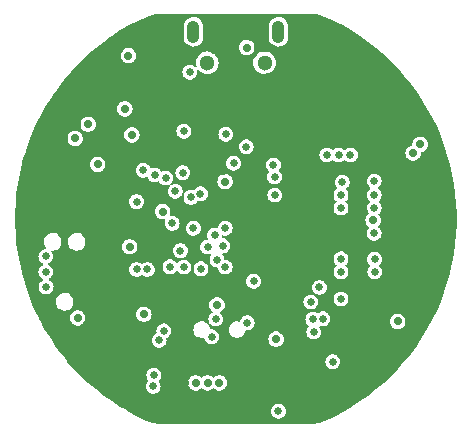
<source format=gbr>
%TF.GenerationSoftware,KiCad,Pcbnew,8.0.4*%
%TF.CreationDate,2024-12-05T11:14:02-05:00*%
%TF.ProjectId,IMpack,494d7061-636b-42e6-9b69-6361645f7063,rev?*%
%TF.SameCoordinates,Original*%
%TF.FileFunction,Copper,L3,Inr*%
%TF.FilePolarity,Positive*%
%FSLAX46Y46*%
G04 Gerber Fmt 4.6, Leading zero omitted, Abs format (unit mm)*
G04 Created by KiCad (PCBNEW 8.0.4) date 2024-12-05 11:14:02*
%MOMM*%
%LPD*%
G01*
G04 APERTURE LIST*
%TA.AperFunction,ComponentPad*%
%ADD10C,4.400000*%
%TD*%
%TA.AperFunction,ComponentPad*%
%ADD11O,1.070000X1.900000*%
%TD*%
%TA.AperFunction,ComponentPad*%
%ADD12C,1.300000*%
%TD*%
%TA.AperFunction,ViaPad*%
%ADD13C,0.700000*%
%TD*%
%TA.AperFunction,ViaPad*%
%ADD14C,0.650000*%
%TD*%
G04 APERTURE END LIST*
D10*
%TO.N,GND*%
%TO.C,H703*%
X88500000Y-88500000D03*
%TD*%
%TO.N,GND*%
%TO.C,H702*%
X111500000Y-88500000D03*
%TD*%
%TO.N,GND*%
%TO.C,H701*%
X111500000Y-111500000D03*
%TD*%
D11*
%TO.N,unconnected-(J401-Shield-Pad6)_3*%
%TO.C,J401*%
X96400000Y-84175000D03*
D12*
%TO.N,unconnected-(J401-Shield-Pad6)_4*%
X97575000Y-86800000D03*
%TO.N,unconnected-(J401-Shield-Pad6)_2*%
X102425000Y-86800000D03*
D11*
%TO.N,unconnected-(J401-Shield-Pad6)*%
X103600000Y-84175000D03*
%TD*%
D10*
%TO.N,GND*%
%TO.C,H704*%
X88500000Y-111500000D03*
%TD*%
D13*
%TO.N,GND*%
X92700000Y-100275500D03*
D14*
X111900000Y-93900000D03*
D13*
X87375500Y-102800000D03*
X95700497Y-113900000D03*
D14*
X111912750Y-94712750D03*
D13*
X98600000Y-116785000D03*
X92020661Y-102296161D03*
X98924199Y-95972800D03*
X90000000Y-105500000D03*
X104575500Y-87499500D03*
X94900000Y-87400000D03*
X97600000Y-116785000D03*
X101625000Y-112200000D03*
X91200000Y-108090000D03*
X88300000Y-94400000D03*
X89500000Y-92000000D03*
X82947913Y-99896929D03*
D14*
X111600000Y-102285000D03*
X111838427Y-105461573D03*
D13*
X96057036Y-108943713D03*
D14*
X87300000Y-104024500D03*
X110800000Y-102285000D03*
D13*
X96600000Y-116785000D03*
X95600000Y-116785000D03*
D14*
X109900000Y-100200000D03*
X112000000Y-107599500D03*
X98000000Y-91100000D03*
D13*
X92600000Y-92550500D03*
D14*
X98000000Y-89900000D03*
D13*
X101625000Y-114100000D03*
X83710000Y-95200000D03*
D14*
X85900000Y-91200000D03*
D13*
X100600000Y-104890000D03*
D14*
X105700000Y-84400000D03*
D13*
X104341433Y-108800000D03*
X84610000Y-94300000D03*
D14*
X106400000Y-94000000D03*
D13*
X98151139Y-85747920D03*
X90400000Y-92000000D03*
X87500000Y-98200000D03*
D14*
X107500000Y-85300000D03*
X86800000Y-94700000D03*
D13*
X95303400Y-109247596D03*
D14*
X102625628Y-87982605D03*
D13*
X88600000Y-92000000D03*
%TO.N,+5V*%
X100918173Y-85512500D03*
D14*
%TO.N,+3.3V*%
X93059363Y-113240637D03*
D13*
X103400000Y-110199500D03*
X113700000Y-108700000D03*
X86600000Y-108400000D03*
X92200000Y-108090000D03*
D14*
X100961185Y-108799500D03*
D13*
X86400000Y-93200000D03*
X90600000Y-90700000D03*
D14*
X103602745Y-116297255D03*
D13*
X87500000Y-92000000D03*
D14*
X99800000Y-95300000D03*
D13*
X91200000Y-92900000D03*
X93800000Y-99400000D03*
D14*
X108900000Y-106800000D03*
D13*
X88300000Y-95400000D03*
X90900000Y-86200000D03*
%TO.N,+3.3VA*%
X91008029Y-102375972D03*
%TO.N,REG_OUT*%
X115001046Y-94448431D03*
D14*
X99140213Y-92859787D03*
X95600000Y-92600000D03*
X96100000Y-87600000D03*
%TO.N,SD_CARD_DETECT*%
X103300000Y-98000000D03*
D13*
%TO.N,Net-(U301-VCAP_1)*%
X98400000Y-107300000D03*
%TO.N,Net-(U301-VCAP_2)*%
X99081712Y-96858404D03*
%TO.N,Net-(D506-A1)*%
X111625000Y-100125000D03*
%TO.N,Net-(D701-A1)*%
X96600000Y-113900000D03*
D14*
%TO.N,BCM_PG*%
X92148535Y-95905353D03*
X100876089Y-93899500D03*
%TO.N,Net-(D201-A)*%
X109700000Y-94600000D03*
%TO.N,BCM_STAT1*%
X94050353Y-96550353D03*
X103275497Y-96450500D03*
%TO.N,Net-(D202-A)*%
X107700000Y-94600000D03*
%TO.N,BCM_STAT2*%
X103179705Y-95449502D03*
X93119184Y-96300000D03*
%TO.N,Net-(D203-A)*%
X108700000Y-94600000D03*
%TO.N,Net-(D504-A1)*%
X111700000Y-101225000D03*
%TO.N,IIS3DWB_INT1*%
X98900000Y-102300000D03*
%TO.N,IIS3DWB_INT2*%
X108200000Y-112100000D03*
%TO.N,SPI2_MISO*%
X97600000Y-102400000D03*
X107074161Y-105826339D03*
X106517200Y-108529968D03*
%TO.N,SPI2_MOSI*%
X98400000Y-103500000D03*
X106350000Y-107050000D03*
X106600000Y-109600000D03*
%TO.N,IIS3DWB_NSS*%
X107365210Y-108479643D03*
%TO.N,SPI1_SCLK*%
X93900000Y-109500000D03*
%TO.N,SPI1_MISO*%
X95300000Y-102700000D03*
%TO.N,SPI1_MOSI*%
X97050000Y-104250000D03*
%TO.N,SPI2_SCLK*%
X101500000Y-105299500D03*
D13*
%TO.N,/Power/BCM_VBAT*%
X115600000Y-93700000D03*
D14*
%TO.N,/Microcontroller/SWD_SWCLK_PRT*%
X83900000Y-104500000D03*
%TO.N,/Microcontroller/SWD_SWDIO_PRT*%
X83930000Y-105770000D03*
%TO.N,/Microcontroller/SWD_SWO_PRT*%
X83900000Y-103200000D03*
%TO.N,SD_SDIO_D1*%
X111758956Y-104503945D03*
X98200000Y-101400000D03*
X108900000Y-104500000D03*
%TO.N,SD_SDIO_D0*%
X108900000Y-103400000D03*
X111754371Y-103422068D03*
X99100000Y-100800000D03*
%TO.N,SD_SDIO_CLK*%
X94866294Y-97666294D03*
%TO.N,SD_SDIO_CMD*%
X95500000Y-96100000D03*
X108900000Y-99100000D03*
X111709168Y-99071144D03*
%TO.N,SD_SDIO_D3*%
X108900000Y-98000000D03*
X111714427Y-97979459D03*
X96200000Y-98200000D03*
%TO.N,SD_SDIO_D2*%
X97000000Y-97900000D03*
X111705259Y-96809168D03*
X109000000Y-96900000D03*
%TO.N,SWD_SWCLK*%
X94600000Y-100400000D03*
%TO.N,SWD_SWDIO*%
X96400000Y-100800000D03*
%TO.N,SWD_SWO*%
X91600000Y-98555500D03*
%TO.N,I2C2_SDA*%
X98300000Y-108500000D03*
D13*
X97600000Y-113900000D03*
D14*
X97958602Y-110000500D03*
D13*
%TO.N,I2C2_SCL*%
X98600000Y-113900000D03*
D14*
%TO.N,SPI1_NSS*%
X93500000Y-110300000D03*
%TO.N,Net-(JP701-B)*%
X93000000Y-114200000D03*
%TO.N,ADXL37x_NSS*%
X91600000Y-104300000D03*
%TO.N,LSM6DSx_INT2*%
X95600000Y-104100000D03*
%TO.N,LSM6DSx_INT1*%
X99100000Y-104100000D03*
%TO.N,ADXL37x_INT1*%
X94421398Y-104078602D03*
%TO.N,ADXL37x_INT2*%
X92500000Y-104300000D03*
%TD*%
%TA.AperFunction,Conductor*%
%TO.N,GND*%
G36*
X106596526Y-82699506D02*
G01*
X106602438Y-82699505D01*
X106602441Y-82699506D01*
X106649080Y-82699500D01*
X106650970Y-82699548D01*
X106875923Y-82711196D01*
X106879727Y-82711591D01*
X107101303Y-82746313D01*
X107105030Y-82747097D01*
X107321822Y-82804570D01*
X107325454Y-82805737D01*
X107535563Y-82885506D01*
X107538095Y-82886577D01*
X108303952Y-83244787D01*
X108305416Y-83245513D01*
X108613684Y-83407111D01*
X109054699Y-83638296D01*
X109056157Y-83639103D01*
X109786877Y-84065439D01*
X109788226Y-84066267D01*
X110498894Y-84525292D01*
X110500268Y-84526225D01*
X111189379Y-85016964D01*
X111190696Y-85017948D01*
X111856866Y-85539416D01*
X111858110Y-85540436D01*
X112400165Y-86005865D01*
X112499962Y-86091555D01*
X112501206Y-86092672D01*
X113117436Y-86672323D01*
X113118596Y-86673465D01*
X113602615Y-87171981D01*
X113707893Y-87280412D01*
X113709034Y-87281642D01*
X114270224Y-87914674D01*
X114271308Y-87915954D01*
X114803228Y-88573759D01*
X114804236Y-88575064D01*
X115083204Y-88953964D01*
X115305814Y-89256317D01*
X115306778Y-89257690D01*
X115776966Y-89960969D01*
X115777866Y-89962384D01*
X116215683Y-90686218D01*
X116216519Y-90687672D01*
X116621094Y-91430619D01*
X116621863Y-91432110D01*
X116992361Y-92192643D01*
X116993061Y-92194168D01*
X117162992Y-92587304D01*
X117328709Y-92970696D01*
X117329329Y-92972225D01*
X117629447Y-93763179D01*
X117630002Y-93764748D01*
X117811483Y-94317330D01*
X117893959Y-94568459D01*
X117894446Y-94570064D01*
X118121722Y-95384952D01*
X118122135Y-95386575D01*
X118125231Y-95399996D01*
X118312239Y-96210880D01*
X118312579Y-96212522D01*
X118465137Y-97044620D01*
X118465402Y-97046276D01*
X118580096Y-97884434D01*
X118580286Y-97886101D01*
X118656878Y-98728576D01*
X118656992Y-98730250D01*
X118695329Y-99575342D01*
X118695367Y-99577019D01*
X118695367Y-100422980D01*
X118695329Y-100424657D01*
X118656992Y-101269749D01*
X118656878Y-101271423D01*
X118580286Y-102113898D01*
X118580096Y-102115565D01*
X118465402Y-102953723D01*
X118465137Y-102955379D01*
X118312579Y-103787477D01*
X118312239Y-103789119D01*
X118122136Y-104613422D01*
X118121722Y-104615047D01*
X117894446Y-105429935D01*
X117893959Y-105431540D01*
X117630007Y-106235239D01*
X117629447Y-106236820D01*
X117329329Y-107027774D01*
X117328699Y-107029329D01*
X116993061Y-107805831D01*
X116992361Y-107807356D01*
X116621863Y-108567889D01*
X116621094Y-108569380D01*
X116216519Y-109312327D01*
X116215683Y-109313781D01*
X115777866Y-110037615D01*
X115776966Y-110039030D01*
X115306778Y-110742309D01*
X115305814Y-110743682D01*
X114804253Y-111424913D01*
X114803228Y-111426240D01*
X114271308Y-112084045D01*
X114270224Y-112085325D01*
X113709034Y-112718357D01*
X113707893Y-112719587D01*
X113118611Y-113326519D01*
X113117416Y-113327696D01*
X112501210Y-113907323D01*
X112499962Y-113908444D01*
X111858142Y-114459537D01*
X111856845Y-114460600D01*
X111190723Y-114982031D01*
X111189379Y-114983035D01*
X110500268Y-115473774D01*
X110498880Y-115474716D01*
X109788264Y-115933708D01*
X109786844Y-115934579D01*
X109667114Y-116004436D01*
X109056166Y-116360891D01*
X109054699Y-116361703D01*
X108305427Y-116754480D01*
X108303924Y-116755225D01*
X107578878Y-117094346D01*
X107569403Y-117097250D01*
X107569590Y-117097824D01*
X107564054Y-117099621D01*
X107530081Y-117116919D01*
X107528206Y-117117808D01*
X107491873Y-117133810D01*
X107484819Y-117137623D01*
X107311816Y-117214702D01*
X107308234Y-117216080D01*
X107091695Y-117286742D01*
X107087990Y-117287742D01*
X106865287Y-117335611D01*
X106861498Y-117336222D01*
X106639602Y-117360284D01*
X106635610Y-117360500D01*
X93364501Y-117360500D01*
X93360509Y-117360284D01*
X93138503Y-117336210D01*
X93134714Y-117335599D01*
X92912012Y-117287730D01*
X92908307Y-117286730D01*
X92691768Y-117216069D01*
X92688186Y-117214691D01*
X92515121Y-117137584D01*
X92508202Y-117133843D01*
X92489483Y-117125599D01*
X92471778Y-117117802D01*
X92469922Y-117116922D01*
X92435941Y-117099619D01*
X92430405Y-117097822D01*
X92430590Y-117097251D01*
X92421117Y-117094344D01*
X91916326Y-116858241D01*
X91696065Y-116755220D01*
X91694572Y-116754480D01*
X90945300Y-116361703D01*
X90943833Y-116360891D01*
X90834769Y-116297258D01*
X102972651Y-116297258D01*
X102990959Y-116448045D01*
X103044823Y-116590073D01*
X103044824Y-116590074D01*
X103131113Y-116715085D01*
X103244811Y-116815812D01*
X103244812Y-116815812D01*
X103244814Y-116815814D01*
X103379307Y-116886401D01*
X103379311Y-116886403D01*
X103526796Y-116922755D01*
X103526800Y-116922755D01*
X103678690Y-116922755D01*
X103678694Y-116922755D01*
X103826179Y-116886403D01*
X103960679Y-116815812D01*
X104074377Y-116715085D01*
X104160666Y-116590074D01*
X104214530Y-116448046D01*
X104232839Y-116297255D01*
X104214530Y-116146464D01*
X104160666Y-116004436D01*
X104074377Y-115879425D01*
X103960679Y-115778698D01*
X103960677Y-115778697D01*
X103960675Y-115778695D01*
X103826182Y-115708108D01*
X103826179Y-115708107D01*
X103678694Y-115671755D01*
X103526796Y-115671755D01*
X103379307Y-115708108D01*
X103244814Y-115778695D01*
X103131112Y-115879425D01*
X103044823Y-116004436D01*
X102990959Y-116146464D01*
X102972651Y-116297251D01*
X102972651Y-116297258D01*
X90834769Y-116297258D01*
X90576315Y-116146464D01*
X90213134Y-115934567D01*
X90211761Y-115933724D01*
X89501115Y-115474713D01*
X89499731Y-115473774D01*
X88810620Y-114983035D01*
X88809296Y-114982046D01*
X88143138Y-114460587D01*
X88141885Y-114459559D01*
X87839597Y-114200003D01*
X92369906Y-114200003D01*
X92388214Y-114350790D01*
X92442078Y-114492818D01*
X92481893Y-114550499D01*
X92528368Y-114617830D01*
X92642066Y-114718557D01*
X92642067Y-114718557D01*
X92642069Y-114718559D01*
X92776562Y-114789146D01*
X92776566Y-114789148D01*
X92924051Y-114825500D01*
X92924055Y-114825500D01*
X93075945Y-114825500D01*
X93075949Y-114825500D01*
X93223434Y-114789148D01*
X93357934Y-114718557D01*
X93471632Y-114617830D01*
X93557921Y-114492819D01*
X93611785Y-114350791D01*
X93630094Y-114200000D01*
X93611785Y-114049209D01*
X93557921Y-113907181D01*
X93552966Y-113900003D01*
X95944722Y-113900003D01*
X95963761Y-114056808D01*
X95963764Y-114056822D01*
X96019778Y-114204521D01*
X96100000Y-114320742D01*
X96109517Y-114334530D01*
X96227760Y-114439283D01*
X96367635Y-114512696D01*
X96521015Y-114550500D01*
X96521019Y-114550500D01*
X96678981Y-114550500D01*
X96678985Y-114550500D01*
X96832365Y-114512696D01*
X96972240Y-114439283D01*
X97050929Y-114369570D01*
X97098014Y-114350988D01*
X97146028Y-114367017D01*
X97149062Y-114369563D01*
X97227760Y-114439283D01*
X97367635Y-114512696D01*
X97521015Y-114550500D01*
X97521019Y-114550500D01*
X97678981Y-114550500D01*
X97678985Y-114550500D01*
X97832365Y-114512696D01*
X97972240Y-114439283D01*
X98050929Y-114369570D01*
X98098014Y-114350988D01*
X98146028Y-114367017D01*
X98149062Y-114369563D01*
X98227760Y-114439283D01*
X98367635Y-114512696D01*
X98521015Y-114550500D01*
X98521019Y-114550500D01*
X98678981Y-114550500D01*
X98678985Y-114550500D01*
X98832365Y-114512696D01*
X98972240Y-114439283D01*
X99090483Y-114334530D01*
X99180220Y-114204523D01*
X99181936Y-114200000D01*
X99236235Y-114056822D01*
X99236237Y-114056818D01*
X99255278Y-113900000D01*
X99236237Y-113743182D01*
X99228213Y-113722025D01*
X99180221Y-113595478D01*
X99090483Y-113465470D01*
X99050928Y-113430428D01*
X98972240Y-113360717D01*
X98909325Y-113327696D01*
X98832366Y-113287304D01*
X98678987Y-113249500D01*
X98678985Y-113249500D01*
X98521015Y-113249500D01*
X98521012Y-113249500D01*
X98367633Y-113287304D01*
X98227761Y-113360715D01*
X98149069Y-113430429D01*
X98101984Y-113449011D01*
X98053971Y-113432981D01*
X98050928Y-113430428D01*
X97972240Y-113360717D01*
X97909325Y-113327696D01*
X97832366Y-113287304D01*
X97678987Y-113249500D01*
X97678985Y-113249500D01*
X97521015Y-113249500D01*
X97521012Y-113249500D01*
X97367633Y-113287304D01*
X97227760Y-113360716D01*
X97227757Y-113360718D01*
X97149070Y-113430428D01*
X97101986Y-113449011D01*
X97053972Y-113432981D01*
X97050930Y-113430428D01*
X96972242Y-113360718D01*
X96972239Y-113360716D01*
X96832366Y-113287304D01*
X96678987Y-113249500D01*
X96678985Y-113249500D01*
X96521015Y-113249500D01*
X96521012Y-113249500D01*
X96367633Y-113287304D01*
X96227761Y-113360716D01*
X96109516Y-113465470D01*
X96019779Y-113595478D01*
X96019778Y-113595478D01*
X95963764Y-113743177D01*
X95963761Y-113743191D01*
X95944722Y-113899996D01*
X95944722Y-113900003D01*
X93552966Y-113900003D01*
X93478412Y-113791993D01*
X93465641Y-113743014D01*
X93487340Y-113697282D01*
X93490211Y-113694597D01*
X93530995Y-113658467D01*
X93617284Y-113533456D01*
X93671148Y-113391428D01*
X93689457Y-113240637D01*
X93671148Y-113089846D01*
X93617284Y-112947818D01*
X93530995Y-112822807D01*
X93417297Y-112722080D01*
X93417295Y-112722079D01*
X93417293Y-112722077D01*
X93282800Y-112651490D01*
X93282797Y-112651489D01*
X93135312Y-112615137D01*
X92983414Y-112615137D01*
X92835925Y-112651490D01*
X92701432Y-112722077D01*
X92587730Y-112822807D01*
X92501441Y-112947818D01*
X92447577Y-113089846D01*
X92429269Y-113240633D01*
X92429269Y-113240640D01*
X92447577Y-113391427D01*
X92501441Y-113533455D01*
X92580948Y-113648641D01*
X92593720Y-113697622D01*
X92572020Y-113743354D01*
X92569119Y-113746067D01*
X92528368Y-113782169D01*
X92442078Y-113907181D01*
X92388214Y-114049209D01*
X92369906Y-114199996D01*
X92369906Y-114200003D01*
X87839597Y-114200003D01*
X87500037Y-113908444D01*
X87498789Y-113907323D01*
X87327937Y-113746613D01*
X86882563Y-113327677D01*
X86881403Y-113326534D01*
X86292099Y-112719579D01*
X86290965Y-112718357D01*
X85742787Y-112100003D01*
X107569906Y-112100003D01*
X107588214Y-112250790D01*
X107642078Y-112392818D01*
X107642079Y-112392819D01*
X107728368Y-112517830D01*
X107842066Y-112618557D01*
X107842067Y-112618557D01*
X107842069Y-112618559D01*
X107976562Y-112689146D01*
X107976566Y-112689148D01*
X108124051Y-112725500D01*
X108124055Y-112725500D01*
X108275945Y-112725500D01*
X108275949Y-112725500D01*
X108423434Y-112689148D01*
X108557934Y-112618557D01*
X108671632Y-112517830D01*
X108757921Y-112392819D01*
X108811785Y-112250791D01*
X108830094Y-112100000D01*
X108828312Y-112085325D01*
X108811785Y-111949209D01*
X108757921Y-111807181D01*
X108671632Y-111682170D01*
X108580682Y-111601596D01*
X108557934Y-111581443D01*
X108557932Y-111581442D01*
X108557930Y-111581440D01*
X108423437Y-111510853D01*
X108423434Y-111510852D01*
X108275949Y-111474500D01*
X108124051Y-111474500D01*
X107976562Y-111510853D01*
X107842069Y-111581440D01*
X107728367Y-111682170D01*
X107642078Y-111807181D01*
X107588214Y-111949209D01*
X107569906Y-112099996D01*
X107569906Y-112100003D01*
X85742787Y-112100003D01*
X85729775Y-112085325D01*
X85728691Y-112084045D01*
X85322270Y-111581440D01*
X85196766Y-111426233D01*
X85195767Y-111424941D01*
X84772462Y-110850000D01*
X84694185Y-110743682D01*
X84693221Y-110742309D01*
X84397511Y-110300003D01*
X92869906Y-110300003D01*
X92888214Y-110450790D01*
X92942078Y-110592818D01*
X92964982Y-110625999D01*
X93028368Y-110717830D01*
X93142066Y-110818557D01*
X93142067Y-110818557D01*
X93142069Y-110818559D01*
X93276562Y-110889146D01*
X93276566Y-110889148D01*
X93424051Y-110925500D01*
X93424055Y-110925500D01*
X93575945Y-110925500D01*
X93575949Y-110925500D01*
X93723434Y-110889148D01*
X93857934Y-110818557D01*
X93971632Y-110717830D01*
X94057921Y-110592819D01*
X94111785Y-110450791D01*
X94116362Y-110413093D01*
X94130094Y-110300003D01*
X94130094Y-110299996D01*
X94111784Y-110149200D01*
X94123237Y-110099893D01*
X94150854Y-110074756D01*
X94257934Y-110018557D01*
X94371632Y-109917830D01*
X94457921Y-109792819D01*
X94511785Y-109650791D01*
X94521732Y-109568871D01*
X94530094Y-109500003D01*
X94530094Y-109499996D01*
X94517953Y-109400003D01*
X96394355Y-109400003D01*
X96414859Y-109568871D01*
X96475181Y-109727929D01*
X96559241Y-109849709D01*
X96571817Y-109867929D01*
X96699148Y-109980734D01*
X96849775Y-110059790D01*
X97014944Y-110100500D01*
X97014948Y-110100500D01*
X97185052Y-110100500D01*
X97185056Y-110100500D01*
X97255028Y-110083253D01*
X97305354Y-110088679D01*
X97340419Y-110125186D01*
X97346196Y-110146182D01*
X97346815Y-110151282D01*
X97346818Y-110151293D01*
X97400680Y-110293318D01*
X97405295Y-110300003D01*
X97486970Y-110418330D01*
X97600668Y-110519057D01*
X97600669Y-110519057D01*
X97600671Y-110519059D01*
X97735164Y-110589646D01*
X97735168Y-110589648D01*
X97882653Y-110626000D01*
X97882657Y-110626000D01*
X98034547Y-110626000D01*
X98034551Y-110626000D01*
X98182036Y-110589648D01*
X98316536Y-110519057D01*
X98430234Y-110418330D01*
X98516523Y-110293319D01*
X98552103Y-110199503D01*
X102744722Y-110199503D01*
X102763761Y-110356308D01*
X102763764Y-110356322D01*
X102819778Y-110504021D01*
X102903974Y-110626000D01*
X102909517Y-110634030D01*
X103027760Y-110738783D01*
X103167635Y-110812196D01*
X103321015Y-110850000D01*
X103321019Y-110850000D01*
X103478981Y-110850000D01*
X103478985Y-110850000D01*
X103632365Y-110812196D01*
X103772240Y-110738783D01*
X103890483Y-110634030D01*
X103980220Y-110504023D01*
X104036237Y-110356318D01*
X104055278Y-110199500D01*
X104053569Y-110185429D01*
X104036238Y-110042691D01*
X104036237Y-110042682D01*
X103988887Y-109917829D01*
X103980221Y-109894978D01*
X103890483Y-109764970D01*
X103845640Y-109725243D01*
X103772240Y-109660217D01*
X103754298Y-109650800D01*
X103632366Y-109586804D01*
X103478987Y-109549000D01*
X103478985Y-109549000D01*
X103321015Y-109549000D01*
X103321012Y-109549000D01*
X103167633Y-109586804D01*
X103027761Y-109660216D01*
X102909516Y-109764970D01*
X102819779Y-109894978D01*
X102819778Y-109894978D01*
X102763764Y-110042677D01*
X102763761Y-110042691D01*
X102744722Y-110199496D01*
X102744722Y-110199503D01*
X98552103Y-110199503D01*
X98570387Y-110151291D01*
X98583573Y-110042691D01*
X98588696Y-110000503D01*
X98588696Y-110000496D01*
X98570387Y-109849709D01*
X98516523Y-109707681D01*
X98430234Y-109582670D01*
X98430234Y-109582669D01*
X98316536Y-109481943D01*
X98316534Y-109481942D01*
X98316532Y-109481940D01*
X98182039Y-109411353D01*
X98182036Y-109411352D01*
X98135992Y-109400003D01*
X99394355Y-109400003D01*
X99414859Y-109568871D01*
X99475181Y-109727929D01*
X99559241Y-109849709D01*
X99571817Y-109867929D01*
X99699148Y-109980734D01*
X99849775Y-110059790D01*
X100014944Y-110100500D01*
X100014948Y-110100500D01*
X100185052Y-110100500D01*
X100185056Y-110100500D01*
X100350225Y-110059790D01*
X100500852Y-109980734D01*
X100628183Y-109867929D01*
X100724818Y-109727930D01*
X100785140Y-109568872D01*
X100794942Y-109488143D01*
X100817861Y-109443013D01*
X100864429Y-109423172D01*
X100880761Y-109424712D01*
X100880792Y-109424460D01*
X100885232Y-109424999D01*
X100885236Y-109425000D01*
X100885240Y-109425000D01*
X101037130Y-109425000D01*
X101037134Y-109425000D01*
X101184619Y-109388648D01*
X101319119Y-109318057D01*
X101432817Y-109217330D01*
X101519106Y-109092319D01*
X101572970Y-108950291D01*
X101584319Y-108856822D01*
X101591279Y-108799503D01*
X101591279Y-108799496D01*
X101572970Y-108648709D01*
X101527939Y-108529971D01*
X105887106Y-108529971D01*
X105905414Y-108680758D01*
X105959278Y-108822786D01*
X106039691Y-108939283D01*
X106045568Y-108947798D01*
X106109595Y-109004521D01*
X106156721Y-109046270D01*
X106180844Y-109090771D01*
X106170720Y-109140367D01*
X106156722Y-109157049D01*
X106128369Y-109182167D01*
X106042078Y-109307181D01*
X105988214Y-109449209D01*
X105969906Y-109599996D01*
X105969906Y-109600003D01*
X105988214Y-109750790D01*
X106042078Y-109892818D01*
X106121018Y-110007181D01*
X106128368Y-110017830D01*
X106242066Y-110118557D01*
X106242067Y-110118557D01*
X106242069Y-110118559D01*
X106304435Y-110151291D01*
X106376566Y-110189148D01*
X106524051Y-110225500D01*
X106524055Y-110225500D01*
X106675945Y-110225500D01*
X106675949Y-110225500D01*
X106823434Y-110189148D01*
X106957934Y-110118557D01*
X107071632Y-110017830D01*
X107157921Y-109892819D01*
X107211785Y-109750791D01*
X107217939Y-109700106D01*
X107230094Y-109600003D01*
X107230094Y-109599996D01*
X107211785Y-109449209D01*
X107157921Y-109307181D01*
X107073789Y-109185295D01*
X107061017Y-109136314D01*
X107082716Y-109090582D01*
X107128735Y-109069498D01*
X107152390Y-109071407D01*
X107289261Y-109105143D01*
X107289265Y-109105143D01*
X107441155Y-109105143D01*
X107441159Y-109105143D01*
X107588644Y-109068791D01*
X107723144Y-108998200D01*
X107836842Y-108897473D01*
X107923131Y-108772462D01*
X107950611Y-108700003D01*
X113044722Y-108700003D01*
X113063761Y-108856808D01*
X113063764Y-108856822D01*
X113119778Y-109004521D01*
X113203283Y-109125499D01*
X113209517Y-109134530D01*
X113327760Y-109239283D01*
X113467635Y-109312696D01*
X113621015Y-109350500D01*
X113621019Y-109350500D01*
X113778981Y-109350500D01*
X113778985Y-109350500D01*
X113932365Y-109312696D01*
X114072240Y-109239283D01*
X114190483Y-109134530D01*
X114280220Y-109004523D01*
X114336237Y-108856818D01*
X114346480Y-108772461D01*
X114355278Y-108700003D01*
X114355278Y-108699996D01*
X114336238Y-108543191D01*
X114336237Y-108543182D01*
X114322394Y-108506681D01*
X114280221Y-108395478D01*
X114190483Y-108265470D01*
X114190483Y-108265469D01*
X114072240Y-108160717D01*
X113979682Y-108112138D01*
X113932366Y-108087304D01*
X113778987Y-108049500D01*
X113778985Y-108049500D01*
X113621015Y-108049500D01*
X113621012Y-108049500D01*
X113467633Y-108087304D01*
X113327761Y-108160716D01*
X113209516Y-108265470D01*
X113119779Y-108395478D01*
X113119778Y-108395478D01*
X113063764Y-108543177D01*
X113063761Y-108543191D01*
X113044722Y-108699996D01*
X113044722Y-108700003D01*
X107950611Y-108700003D01*
X107976995Y-108630434D01*
X107985933Y-108556822D01*
X107995304Y-108479646D01*
X107995304Y-108479639D01*
X107976995Y-108328852D01*
X107923131Y-108186824D01*
X107836842Y-108061813D01*
X107781182Y-108012503D01*
X107723144Y-107961086D01*
X107723142Y-107961085D01*
X107723140Y-107961083D01*
X107588647Y-107890496D01*
X107588644Y-107890495D01*
X107441159Y-107854143D01*
X107289261Y-107854143D01*
X107141772Y-107890496D01*
X107007279Y-107961083D01*
X106960675Y-108002370D01*
X106913590Y-108020952D01*
X106877216Y-108012503D01*
X106740637Y-107940821D01*
X106740634Y-107940820D01*
X106593149Y-107904468D01*
X106441251Y-107904468D01*
X106293762Y-107940821D01*
X106159269Y-108011408D01*
X106045567Y-108112138D01*
X105959278Y-108237149D01*
X105905414Y-108379177D01*
X105887106Y-108529964D01*
X105887106Y-108529971D01*
X101527939Y-108529971D01*
X101519106Y-108506681D01*
X101432817Y-108381670D01*
X101373197Y-108328852D01*
X101319119Y-108280943D01*
X101319117Y-108280942D01*
X101319115Y-108280940D01*
X101184622Y-108210353D01*
X101184619Y-108210352D01*
X101037134Y-108174000D01*
X100885236Y-108174000D01*
X100737747Y-108210353D01*
X100603254Y-108280940D01*
X100489552Y-108381670D01*
X100403263Y-108506681D01*
X100349401Y-108648706D01*
X100349398Y-108648716D01*
X100348704Y-108654436D01*
X100325783Y-108699568D01*
X100279214Y-108719407D01*
X100257535Y-108717364D01*
X100185058Y-108699500D01*
X100185056Y-108699500D01*
X100014944Y-108699500D01*
X100014941Y-108699500D01*
X99849777Y-108740209D01*
X99849775Y-108740209D01*
X99849775Y-108740210D01*
X99788327Y-108772461D01*
X99699146Y-108819267D01*
X99699143Y-108819269D01*
X99571816Y-108932071D01*
X99475181Y-109072070D01*
X99414859Y-109231128D01*
X99394355Y-109399996D01*
X99394355Y-109400003D01*
X98135992Y-109400003D01*
X98034551Y-109375000D01*
X97882653Y-109375000D01*
X97882649Y-109375000D01*
X97878209Y-109375540D01*
X97877936Y-109373298D01*
X97835686Y-109368728D01*
X97800634Y-109332209D01*
X97794867Y-109311235D01*
X97785140Y-109231128D01*
X97724818Y-109072070D01*
X97628183Y-108932071D01*
X97500856Y-108819269D01*
X97500853Y-108819267D01*
X97500852Y-108819266D01*
X97350225Y-108740210D01*
X97350222Y-108740209D01*
X97185058Y-108699500D01*
X97185056Y-108699500D01*
X97014944Y-108699500D01*
X97014941Y-108699500D01*
X96849777Y-108740209D01*
X96849775Y-108740209D01*
X96849775Y-108740210D01*
X96788327Y-108772461D01*
X96699146Y-108819267D01*
X96699143Y-108819269D01*
X96571816Y-108932071D01*
X96475181Y-109072070D01*
X96414859Y-109231128D01*
X96394355Y-109399996D01*
X96394355Y-109400003D01*
X94517953Y-109400003D01*
X94511785Y-109349209D01*
X94457921Y-109207181D01*
X94371632Y-109082170D01*
X94335884Y-109050500D01*
X94257934Y-108981443D01*
X94257932Y-108981442D01*
X94257930Y-108981440D01*
X94123437Y-108910853D01*
X94123434Y-108910852D01*
X93975949Y-108874500D01*
X93824051Y-108874500D01*
X93730851Y-108897472D01*
X93676562Y-108910853D01*
X93542069Y-108981440D01*
X93428367Y-109082170D01*
X93342078Y-109207181D01*
X93288214Y-109349209D01*
X93272098Y-109481943D01*
X93269906Y-109500000D01*
X93282048Y-109600000D01*
X93288216Y-109650800D01*
X93276762Y-109700106D01*
X93249145Y-109725243D01*
X93142067Y-109781442D01*
X93028367Y-109882170D01*
X92942078Y-110007181D01*
X92888214Y-110149209D01*
X92869906Y-110299996D01*
X92869906Y-110300003D01*
X84397511Y-110300003D01*
X84223033Y-110039030D01*
X84222133Y-110037615D01*
X83784316Y-109313781D01*
X83783480Y-109312327D01*
X83782885Y-109311235D01*
X83378905Y-108569380D01*
X83378136Y-108567889D01*
X83366097Y-108543177D01*
X83296349Y-108400003D01*
X85944722Y-108400003D01*
X85963761Y-108556808D01*
X85963764Y-108556822D01*
X86019778Y-108704521D01*
X86101411Y-108822787D01*
X86109517Y-108834530D01*
X86227760Y-108939283D01*
X86367635Y-109012696D01*
X86521015Y-109050500D01*
X86521019Y-109050500D01*
X86678981Y-109050500D01*
X86678985Y-109050500D01*
X86832365Y-109012696D01*
X86972240Y-108939283D01*
X87090483Y-108834530D01*
X87180220Y-108704523D01*
X87180914Y-108702695D01*
X87208318Y-108630434D01*
X87236237Y-108556818D01*
X87255278Y-108400000D01*
X87253052Y-108381670D01*
X87236238Y-108243191D01*
X87236237Y-108243182D01*
X87210000Y-108174000D01*
X87180221Y-108095478D01*
X87176442Y-108090003D01*
X91544722Y-108090003D01*
X91563761Y-108246808D01*
X91563764Y-108246822D01*
X91619778Y-108394521D01*
X91709516Y-108524529D01*
X91709517Y-108524530D01*
X91827760Y-108629283D01*
X91967635Y-108702696D01*
X92121015Y-108740500D01*
X92121019Y-108740500D01*
X92278981Y-108740500D01*
X92278985Y-108740500D01*
X92432365Y-108702696D01*
X92572240Y-108629283D01*
X92690483Y-108524530D01*
X92707413Y-108500003D01*
X97669906Y-108500003D01*
X97688214Y-108650790D01*
X97742078Y-108792818D01*
X97814317Y-108897473D01*
X97828368Y-108917830D01*
X97942066Y-109018557D01*
X97942067Y-109018557D01*
X97942069Y-109018559D01*
X98074495Y-109088061D01*
X98076566Y-109089148D01*
X98224051Y-109125500D01*
X98224055Y-109125500D01*
X98375945Y-109125500D01*
X98375949Y-109125500D01*
X98523434Y-109089148D01*
X98657934Y-109018557D01*
X98771632Y-108917830D01*
X98857921Y-108792819D01*
X98911785Y-108650791D01*
X98923195Y-108556818D01*
X98930094Y-108500003D01*
X98930094Y-108499996D01*
X98911785Y-108349209D01*
X98857921Y-108207181D01*
X98857920Y-108207181D01*
X98771632Y-108082170D01*
X98692994Y-108012503D01*
X98679937Y-108000935D01*
X98655813Y-107956434D01*
X98665939Y-107906838D01*
X98694616Y-107880023D01*
X98772240Y-107839283D01*
X98890483Y-107734530D01*
X98980220Y-107604523D01*
X99036237Y-107456818D01*
X99050736Y-107337407D01*
X99055278Y-107300003D01*
X99055278Y-107299996D01*
X99036238Y-107143191D01*
X99036237Y-107143182D01*
X99017137Y-107092819D01*
X99000899Y-107050003D01*
X105719906Y-107050003D01*
X105738214Y-107200790D01*
X105792078Y-107342818D01*
X105870770Y-107456822D01*
X105878368Y-107467830D01*
X105992066Y-107568557D01*
X105992067Y-107568557D01*
X105992069Y-107568559D01*
X106080946Y-107615205D01*
X106126566Y-107639148D01*
X106274051Y-107675500D01*
X106274055Y-107675500D01*
X106425945Y-107675500D01*
X106425949Y-107675500D01*
X106573434Y-107639148D01*
X106707934Y-107568557D01*
X106821632Y-107467830D01*
X106907921Y-107342819D01*
X106961785Y-107200791D01*
X106968780Y-107143182D01*
X106980094Y-107050003D01*
X106980094Y-107049996D01*
X106961785Y-106899209D01*
X106924161Y-106800003D01*
X108269906Y-106800003D01*
X108288214Y-106950790D01*
X108342078Y-107092818D01*
X108416607Y-107200791D01*
X108428368Y-107217830D01*
X108542066Y-107318557D01*
X108542067Y-107318557D01*
X108542069Y-107318559D01*
X108588293Y-107342819D01*
X108676566Y-107389148D01*
X108824051Y-107425500D01*
X108824055Y-107425500D01*
X108975945Y-107425500D01*
X108975949Y-107425500D01*
X109123434Y-107389148D01*
X109257934Y-107318557D01*
X109371632Y-107217830D01*
X109457921Y-107092819D01*
X109511785Y-106950791D01*
X109522145Y-106865470D01*
X109530094Y-106800003D01*
X109530094Y-106799996D01*
X109511785Y-106649209D01*
X109457921Y-106507181D01*
X109371632Y-106382170D01*
X109317716Y-106334405D01*
X109257934Y-106281443D01*
X109257932Y-106281442D01*
X109257930Y-106281440D01*
X109123437Y-106210853D01*
X109123434Y-106210852D01*
X108975949Y-106174500D01*
X108824051Y-106174500D01*
X108676562Y-106210853D01*
X108542069Y-106281440D01*
X108428367Y-106382170D01*
X108342078Y-106507181D01*
X108288214Y-106649209D01*
X108269906Y-106799996D01*
X108269906Y-106800003D01*
X106924161Y-106800003D01*
X106907921Y-106757181D01*
X106821632Y-106632170D01*
X106707934Y-106531443D01*
X106707932Y-106531442D01*
X106707930Y-106531440D01*
X106573437Y-106460853D01*
X106573434Y-106460852D01*
X106425949Y-106424500D01*
X106274051Y-106424500D01*
X106126562Y-106460853D01*
X105992069Y-106531440D01*
X105878367Y-106632170D01*
X105792078Y-106757181D01*
X105738214Y-106899209D01*
X105719906Y-107049996D01*
X105719906Y-107050003D01*
X99000899Y-107050003D01*
X98980221Y-106995478D01*
X98890483Y-106865470D01*
X98890482Y-106865469D01*
X98772240Y-106760717D01*
X98737706Y-106742592D01*
X98632366Y-106687304D01*
X98478987Y-106649500D01*
X98478985Y-106649500D01*
X98321015Y-106649500D01*
X98321012Y-106649500D01*
X98167633Y-106687304D01*
X98027761Y-106760716D01*
X97909516Y-106865470D01*
X97819779Y-106995478D01*
X97819778Y-106995478D01*
X97763764Y-107143177D01*
X97763761Y-107143191D01*
X97744722Y-107299996D01*
X97744722Y-107300003D01*
X97763761Y-107456808D01*
X97763764Y-107456822D01*
X97819778Y-107604521D01*
X97909516Y-107734529D01*
X98016401Y-107829220D01*
X98040524Y-107873721D01*
X98030400Y-107923317D01*
X98001720Y-107950134D01*
X97942067Y-107981442D01*
X97828367Y-108082170D01*
X97742078Y-108207181D01*
X97688214Y-108349209D01*
X97669906Y-108499996D01*
X97669906Y-108500003D01*
X92707413Y-108500003D01*
X92780220Y-108394523D01*
X92785095Y-108381670D01*
X92836235Y-108246822D01*
X92836237Y-108246818D01*
X92845079Y-108174000D01*
X92855278Y-108090003D01*
X92855278Y-108089996D01*
X92838295Y-107950134D01*
X92836237Y-107933182D01*
X92816076Y-107880021D01*
X92780221Y-107785478D01*
X92690483Y-107655470D01*
X92645034Y-107615206D01*
X92572240Y-107550717D01*
X92560139Y-107544366D01*
X92432366Y-107477304D01*
X92278987Y-107439500D01*
X92278985Y-107439500D01*
X92121015Y-107439500D01*
X92121012Y-107439500D01*
X91967633Y-107477304D01*
X91827761Y-107550716D01*
X91709516Y-107655470D01*
X91619779Y-107785478D01*
X91619778Y-107785478D01*
X91563764Y-107933177D01*
X91563761Y-107933191D01*
X91544722Y-108089996D01*
X91544722Y-108090003D01*
X87176442Y-108090003D01*
X87090483Y-107965470D01*
X87062660Y-107940821D01*
X86972240Y-107860717D01*
X86959714Y-107854143D01*
X86832366Y-107787304D01*
X86678987Y-107749500D01*
X86678985Y-107749500D01*
X86521015Y-107749500D01*
X86521012Y-107749500D01*
X86367633Y-107787304D01*
X86227761Y-107860716D01*
X86109516Y-107965470D01*
X86019779Y-108095478D01*
X86019778Y-108095478D01*
X85963764Y-108243177D01*
X85963761Y-108243191D01*
X85944722Y-108399996D01*
X85944722Y-108400003D01*
X83296349Y-108400003D01*
X83221724Y-108246818D01*
X83007638Y-107807356D01*
X83006938Y-107805831D01*
X82934890Y-107639148D01*
X82694785Y-107083661D01*
X84750393Y-107083661D01*
X84780668Y-107255354D01*
X84849720Y-107415437D01*
X84849723Y-107415441D01*
X84880520Y-107456808D01*
X84953832Y-107555283D01*
X85025244Y-107615205D01*
X85087383Y-107667347D01*
X85087384Y-107667347D01*
X85087386Y-107667349D01*
X85243185Y-107745594D01*
X85412829Y-107785800D01*
X85543436Y-107785800D01*
X85673164Y-107770637D01*
X85836993Y-107711008D01*
X85982654Y-107615205D01*
X86102296Y-107488393D01*
X86189467Y-107337407D01*
X86239469Y-107170388D01*
X86249607Y-106996340D01*
X86219332Y-106824646D01*
X86150279Y-106664562D01*
X86046168Y-106524717D01*
X85974754Y-106464793D01*
X85912616Y-106412652D01*
X85756815Y-106334406D01*
X85756811Y-106334405D01*
X85587171Y-106294200D01*
X85456564Y-106294200D01*
X85326835Y-106309363D01*
X85326831Y-106309364D01*
X85163009Y-106368990D01*
X85017347Y-106464793D01*
X84897703Y-106591608D01*
X84810533Y-106742592D01*
X84810531Y-106742596D01*
X84760532Y-106909605D01*
X84760531Y-106909611D01*
X84760531Y-106909612D01*
X84752354Y-107050003D01*
X84750393Y-107083661D01*
X82694785Y-107083661D01*
X82671280Y-107029281D01*
X82670670Y-107027774D01*
X82370552Y-106236820D01*
X82370005Y-106235276D01*
X82106031Y-105431512D01*
X82105553Y-105429935D01*
X81878277Y-104615047D01*
X81877871Y-104613455D01*
X81851706Y-104500003D01*
X83269906Y-104500003D01*
X83288214Y-104650790D01*
X83342078Y-104792818D01*
X83403409Y-104881670D01*
X83428368Y-104917830D01*
X83542066Y-105018557D01*
X83542067Y-105018557D01*
X83542069Y-105018559D01*
X83654083Y-105077348D01*
X83688156Y-105114783D01*
X83690194Y-105165361D01*
X83659245Y-105205416D01*
X83654084Y-105208396D01*
X83572067Y-105251442D01*
X83458367Y-105352170D01*
X83372078Y-105477181D01*
X83318214Y-105619209D01*
X83299906Y-105769996D01*
X83299906Y-105770003D01*
X83318214Y-105920790D01*
X83372078Y-106062818D01*
X83372079Y-106062819D01*
X83458368Y-106187830D01*
X83572066Y-106288557D01*
X83572067Y-106288557D01*
X83572069Y-106288559D01*
X83611710Y-106309364D01*
X83706566Y-106359148D01*
X83854051Y-106395500D01*
X83854055Y-106395500D01*
X84005945Y-106395500D01*
X84005949Y-106395500D01*
X84153434Y-106359148D01*
X84287934Y-106288557D01*
X84401632Y-106187830D01*
X84487921Y-106062819D01*
X84541785Y-105920791D01*
X84553253Y-105826342D01*
X84560094Y-105770003D01*
X84560094Y-105769996D01*
X84541785Y-105619209D01*
X84487921Y-105477181D01*
X84401632Y-105352170D01*
X84351528Y-105307782D01*
X84342183Y-105299503D01*
X100869906Y-105299503D01*
X100888214Y-105450290D01*
X100942078Y-105592318D01*
X100942079Y-105592319D01*
X101028368Y-105717330D01*
X101142066Y-105818057D01*
X101142067Y-105818057D01*
X101142069Y-105818059D01*
X101276562Y-105888646D01*
X101276566Y-105888648D01*
X101424051Y-105925000D01*
X101424055Y-105925000D01*
X101575945Y-105925000D01*
X101575949Y-105925000D01*
X101723434Y-105888648D01*
X101842148Y-105826342D01*
X106444067Y-105826342D01*
X106462375Y-105977129D01*
X106516239Y-106119157D01*
X106579533Y-106210853D01*
X106602529Y-106244169D01*
X106716227Y-106344896D01*
X106716228Y-106344896D01*
X106716230Y-106344898D01*
X106812643Y-106395499D01*
X106850727Y-106415487D01*
X106998212Y-106451839D01*
X106998216Y-106451839D01*
X107150106Y-106451839D01*
X107150110Y-106451839D01*
X107297595Y-106415487D01*
X107432095Y-106344896D01*
X107545793Y-106244169D01*
X107632082Y-106119158D01*
X107685946Y-105977130D01*
X107692787Y-105920790D01*
X107704255Y-105826342D01*
X107704255Y-105826335D01*
X107685946Y-105675548D01*
X107632082Y-105533520D01*
X107545793Y-105408509D01*
X107482199Y-105352170D01*
X107432095Y-105307782D01*
X107432093Y-105307781D01*
X107432091Y-105307779D01*
X107297598Y-105237192D01*
X107297595Y-105237191D01*
X107150110Y-105200839D01*
X106998212Y-105200839D01*
X106850723Y-105237192D01*
X106716230Y-105307779D01*
X106602528Y-105408509D01*
X106516239Y-105533520D01*
X106462375Y-105675548D01*
X106444067Y-105826335D01*
X106444067Y-105826342D01*
X101842148Y-105826342D01*
X101857934Y-105818057D01*
X101971632Y-105717330D01*
X102057921Y-105592319D01*
X102111785Y-105450291D01*
X102123699Y-105352170D01*
X102130094Y-105299503D01*
X102130094Y-105299496D01*
X102111785Y-105148709D01*
X102057921Y-105006681D01*
X101971632Y-104881670D01*
X101900394Y-104818559D01*
X101857934Y-104780943D01*
X101857932Y-104780942D01*
X101857930Y-104780940D01*
X101723437Y-104710353D01*
X101723434Y-104710352D01*
X101575949Y-104674000D01*
X101424051Y-104674000D01*
X101276562Y-104710353D01*
X101142069Y-104780940D01*
X101028367Y-104881670D01*
X100942078Y-105006681D01*
X100888214Y-105148709D01*
X100869906Y-105299496D01*
X100869906Y-105299503D01*
X84342183Y-105299503D01*
X84287934Y-105251443D01*
X84287932Y-105251442D01*
X84287930Y-105251440D01*
X84175916Y-105192651D01*
X84141843Y-105155216D01*
X84139805Y-105104638D01*
X84170755Y-105064583D01*
X84175909Y-105061606D01*
X84257934Y-105018557D01*
X84371632Y-104917830D01*
X84457921Y-104792819D01*
X84511785Y-104650791D01*
X84527929Y-104517830D01*
X84530094Y-104500003D01*
X84530094Y-104499996D01*
X84511785Y-104349209D01*
X84493124Y-104300003D01*
X90969906Y-104300003D01*
X90988214Y-104450790D01*
X91042078Y-104592818D01*
X91118892Y-104704101D01*
X91128368Y-104717830D01*
X91242066Y-104818557D01*
X91242067Y-104818557D01*
X91242069Y-104818559D01*
X91350560Y-104875499D01*
X91376566Y-104889148D01*
X91524051Y-104925500D01*
X91524055Y-104925500D01*
X91675945Y-104925500D01*
X91675949Y-104925500D01*
X91823434Y-104889148D01*
X91957934Y-104818557D01*
X92000929Y-104780465D01*
X92048011Y-104761883D01*
X92096025Y-104777911D01*
X92099060Y-104780457D01*
X92142066Y-104818557D01*
X92142067Y-104818557D01*
X92142069Y-104818559D01*
X92250560Y-104875499D01*
X92276566Y-104889148D01*
X92424051Y-104925500D01*
X92424055Y-104925500D01*
X92575945Y-104925500D01*
X92575949Y-104925500D01*
X92723434Y-104889148D01*
X92857934Y-104818557D01*
X92971632Y-104717830D01*
X93057921Y-104592819D01*
X93111785Y-104450791D01*
X93130094Y-104300000D01*
X93130018Y-104299377D01*
X93111785Y-104149209D01*
X93085008Y-104078605D01*
X93791304Y-104078605D01*
X93809612Y-104229392D01*
X93863476Y-104371420D01*
X93949765Y-104496430D01*
X93949766Y-104496432D01*
X94063464Y-104597159D01*
X94063465Y-104597159D01*
X94063467Y-104597161D01*
X94104238Y-104618559D01*
X94197964Y-104667750D01*
X94345449Y-104704102D01*
X94345453Y-104704102D01*
X94497343Y-104704102D01*
X94497347Y-104704102D01*
X94644832Y-104667750D01*
X94779332Y-104597159D01*
X94893030Y-104496432D01*
X94942413Y-104424888D01*
X94983680Y-104395577D01*
X95034135Y-104399649D01*
X95064214Y-104424888D01*
X95118786Y-104503948D01*
X95128368Y-104517830D01*
X95242066Y-104618557D01*
X95242067Y-104618557D01*
X95242069Y-104618559D01*
X95347704Y-104674000D01*
X95376566Y-104689148D01*
X95524051Y-104725500D01*
X95524055Y-104725500D01*
X95675945Y-104725500D01*
X95675949Y-104725500D01*
X95823434Y-104689148D01*
X95957934Y-104618557D01*
X96071632Y-104517830D01*
X96157921Y-104392819D01*
X96211785Y-104250791D01*
X96211881Y-104250003D01*
X96419906Y-104250003D01*
X96438214Y-104400790D01*
X96492078Y-104542818D01*
X96578313Y-104667750D01*
X96578368Y-104667830D01*
X96692066Y-104768557D01*
X96692067Y-104768557D01*
X96692069Y-104768559D01*
X96787333Y-104818557D01*
X96826566Y-104839148D01*
X96974051Y-104875500D01*
X96974055Y-104875500D01*
X97125945Y-104875500D01*
X97125949Y-104875500D01*
X97273434Y-104839148D01*
X97407934Y-104768557D01*
X97521632Y-104667830D01*
X97607921Y-104542819D01*
X97661785Y-104400791D01*
X97674099Y-104299377D01*
X97680094Y-104250003D01*
X97680094Y-104249996D01*
X97661785Y-104099209D01*
X97607921Y-103957181D01*
X97521632Y-103832170D01*
X97493425Y-103807181D01*
X97407934Y-103731443D01*
X97407932Y-103731442D01*
X97407930Y-103731440D01*
X97273437Y-103660853D01*
X97273434Y-103660852D01*
X97125949Y-103624500D01*
X96974051Y-103624500D01*
X96826562Y-103660853D01*
X96692069Y-103731440D01*
X96578367Y-103832170D01*
X96492078Y-103957181D01*
X96438214Y-104099209D01*
X96419906Y-104249996D01*
X96419906Y-104250003D01*
X96211881Y-104250003D01*
X96230094Y-104100000D01*
X96228776Y-104089148D01*
X96211785Y-103949209D01*
X96157921Y-103807181D01*
X96071632Y-103682170D01*
X96036211Y-103650790D01*
X95957934Y-103581443D01*
X95957932Y-103581442D01*
X95957930Y-103581440D01*
X95823437Y-103510853D01*
X95823434Y-103510852D01*
X95675949Y-103474500D01*
X95524051Y-103474500D01*
X95376562Y-103510853D01*
X95242069Y-103581440D01*
X95128367Y-103682170D01*
X95078985Y-103753713D01*
X95037716Y-103783024D01*
X94987261Y-103778951D01*
X94957183Y-103753713D01*
X94893030Y-103660772D01*
X94844557Y-103617829D01*
X94779332Y-103560045D01*
X94779330Y-103560044D01*
X94779328Y-103560042D01*
X94644835Y-103489455D01*
X94644832Y-103489454D01*
X94497347Y-103453102D01*
X94345449Y-103453102D01*
X94197960Y-103489455D01*
X94063467Y-103560042D01*
X93949765Y-103660772D01*
X93863476Y-103785783D01*
X93809612Y-103927811D01*
X93791304Y-104078598D01*
X93791304Y-104078605D01*
X93085008Y-104078605D01*
X93057921Y-104007181D01*
X92971632Y-103882170D01*
X92907664Y-103825500D01*
X92857934Y-103781443D01*
X92857932Y-103781442D01*
X92857930Y-103781440D01*
X92723437Y-103710853D01*
X92723434Y-103710852D01*
X92575949Y-103674500D01*
X92424051Y-103674500D01*
X92276562Y-103710853D01*
X92142069Y-103781440D01*
X92099070Y-103819533D01*
X92051985Y-103838115D01*
X92003971Y-103822085D01*
X92000930Y-103819533D01*
X91966631Y-103789148D01*
X91957934Y-103781443D01*
X91957932Y-103781442D01*
X91957930Y-103781440D01*
X91823437Y-103710853D01*
X91823434Y-103710852D01*
X91675949Y-103674500D01*
X91524051Y-103674500D01*
X91376562Y-103710853D01*
X91242069Y-103781440D01*
X91128367Y-103882170D01*
X91042078Y-104007181D01*
X90988214Y-104149209D01*
X90969906Y-104299996D01*
X90969906Y-104300003D01*
X84493124Y-104300003D01*
X84457921Y-104207181D01*
X84371632Y-104082170D01*
X84301938Y-104020427D01*
X84257934Y-103981443D01*
X84155747Y-103927811D01*
X84132334Y-103915523D01*
X84098262Y-103878088D01*
X84096224Y-103827510D01*
X84127174Y-103787455D01*
X84132308Y-103784490D01*
X84257934Y-103718557D01*
X84371632Y-103617830D01*
X84457921Y-103492819D01*
X84511785Y-103350791D01*
X84530094Y-103200000D01*
X84521503Y-103129249D01*
X84511785Y-103049209D01*
X84457921Y-102907181D01*
X84399012Y-102821837D01*
X84386240Y-102772856D01*
X84407939Y-102727124D01*
X84453958Y-102706040D01*
X84459913Y-102705800D01*
X84527436Y-102705800D01*
X84657164Y-102690637D01*
X84820993Y-102631008D01*
X84966654Y-102535205D01*
X85086296Y-102408393D01*
X85173467Y-102257407D01*
X85223469Y-102090388D01*
X85228521Y-102003661D01*
X85766393Y-102003661D01*
X85796668Y-102175354D01*
X85865720Y-102335437D01*
X85865723Y-102335441D01*
X85895900Y-102375975D01*
X85969832Y-102475283D01*
X86038354Y-102532780D01*
X86103383Y-102587347D01*
X86103384Y-102587347D01*
X86103386Y-102587349D01*
X86259185Y-102665594D01*
X86428829Y-102705800D01*
X86559436Y-102705800D01*
X86689164Y-102690637D01*
X86852993Y-102631008D01*
X86998654Y-102535205D01*
X87118296Y-102408393D01*
X87137012Y-102375975D01*
X90352751Y-102375975D01*
X90371790Y-102532780D01*
X90371793Y-102532794D01*
X90427807Y-102680493D01*
X90517545Y-102810501D01*
X90517546Y-102810502D01*
X90635789Y-102915255D01*
X90775664Y-102988668D01*
X90929044Y-103026472D01*
X90929048Y-103026472D01*
X91087010Y-103026472D01*
X91087014Y-103026472D01*
X91240394Y-102988668D01*
X91380269Y-102915255D01*
X91498512Y-102810502D01*
X91574784Y-102700003D01*
X94669906Y-102700003D01*
X94688214Y-102850790D01*
X94742078Y-102992818D01*
X94821018Y-103107181D01*
X94828368Y-103117830D01*
X94942066Y-103218557D01*
X94942067Y-103218557D01*
X94942069Y-103218559D01*
X95076562Y-103289146D01*
X95076566Y-103289148D01*
X95224051Y-103325500D01*
X95224055Y-103325500D01*
X95375945Y-103325500D01*
X95375949Y-103325500D01*
X95523434Y-103289148D01*
X95657934Y-103218557D01*
X95771632Y-103117830D01*
X95857921Y-102992819D01*
X95911785Y-102850791D01*
X95918369Y-102796568D01*
X95930094Y-102700003D01*
X95930094Y-102699996D01*
X95911785Y-102549209D01*
X95857921Y-102407181D01*
X95852966Y-102400003D01*
X96969906Y-102400003D01*
X96988214Y-102550790D01*
X97042078Y-102692818D01*
X97108890Y-102789611D01*
X97128368Y-102817830D01*
X97242066Y-102918557D01*
X97242067Y-102918557D01*
X97242069Y-102918559D01*
X97376560Y-102989145D01*
X97376566Y-102989148D01*
X97524051Y-103025500D01*
X97524055Y-103025500D01*
X97675945Y-103025500D01*
X97675949Y-103025500D01*
X97823434Y-102989148D01*
X97823438Y-102989145D01*
X97827622Y-102987560D01*
X97828077Y-102988761D01*
X97872978Y-102982694D01*
X97915762Y-103009745D01*
X97931149Y-103057968D01*
X97918110Y-103097031D01*
X97842078Y-103207181D01*
X97788214Y-103349209D01*
X97769906Y-103499996D01*
X97769906Y-103500003D01*
X97788214Y-103650790D01*
X97842078Y-103792818D01*
X97926776Y-103915523D01*
X97928368Y-103917830D01*
X98042066Y-104018557D01*
X98042067Y-104018557D01*
X98042069Y-104018559D01*
X98170787Y-104086115D01*
X98176566Y-104089148D01*
X98324051Y-104125500D01*
X98407444Y-104125500D01*
X98455010Y-104142813D01*
X98480320Y-104186650D01*
X98480900Y-104190552D01*
X98488215Y-104250788D01*
X98488216Y-104250795D01*
X98542077Y-104392817D01*
X98616063Y-104500003D01*
X98628368Y-104517830D01*
X98742066Y-104618557D01*
X98742067Y-104618557D01*
X98742069Y-104618559D01*
X98847704Y-104674000D01*
X98876566Y-104689148D01*
X99024051Y-104725500D01*
X99024055Y-104725500D01*
X99175945Y-104725500D01*
X99175949Y-104725500D01*
X99323434Y-104689148D01*
X99457934Y-104618557D01*
X99571632Y-104517830D01*
X99583937Y-104500003D01*
X108269906Y-104500003D01*
X108288214Y-104650790D01*
X108342078Y-104792818D01*
X108403409Y-104881670D01*
X108428368Y-104917830D01*
X108542066Y-105018557D01*
X108542067Y-105018557D01*
X108542069Y-105018559D01*
X108549586Y-105022504D01*
X108676566Y-105089148D01*
X108824051Y-105125500D01*
X108824055Y-105125500D01*
X108975945Y-105125500D01*
X108975949Y-105125500D01*
X109123434Y-105089148D01*
X109257934Y-105018557D01*
X109371632Y-104917830D01*
X109457921Y-104792819D01*
X109511785Y-104650791D01*
X109527929Y-104517830D01*
X109530094Y-104500003D01*
X109530094Y-104499996D01*
X109511785Y-104349209D01*
X109457921Y-104207181D01*
X109371632Y-104082170D01*
X109301938Y-104020427D01*
X109284963Y-104005388D01*
X109260841Y-103960889D01*
X109270965Y-103911293D01*
X109284961Y-103894612D01*
X109371632Y-103817830D01*
X109457921Y-103692819D01*
X109511785Y-103550791D01*
X109521048Y-103474500D01*
X109527414Y-103422071D01*
X111124277Y-103422071D01*
X111142585Y-103572858D01*
X111196449Y-103714886D01*
X111277405Y-103832170D01*
X111282739Y-103839898D01*
X111344496Y-103894610D01*
X111361470Y-103909647D01*
X111385593Y-103954148D01*
X111375469Y-104003744D01*
X111361470Y-104020427D01*
X111287324Y-104086115D01*
X111201034Y-104211126D01*
X111147170Y-104353154D01*
X111128862Y-104503941D01*
X111128862Y-104503948D01*
X111147170Y-104654735D01*
X111201034Y-104796763D01*
X111264802Y-104889146D01*
X111287324Y-104921775D01*
X111401022Y-105022502D01*
X111401023Y-105022502D01*
X111401025Y-105022504D01*
X111528005Y-105089148D01*
X111535522Y-105093093D01*
X111683007Y-105129445D01*
X111683011Y-105129445D01*
X111834901Y-105129445D01*
X111834905Y-105129445D01*
X111982390Y-105093093D01*
X112116890Y-105022502D01*
X112230588Y-104921775D01*
X112316877Y-104796764D01*
X112370741Y-104654736D01*
X112387364Y-104517830D01*
X112389050Y-104503948D01*
X112389050Y-104503941D01*
X112370741Y-104353154D01*
X112316877Y-104211126D01*
X112230588Y-104086115D01*
X112151856Y-104016365D01*
X112127733Y-103971864D01*
X112137858Y-103922268D01*
X112151852Y-103905589D01*
X112226003Y-103839898D01*
X112312292Y-103714887D01*
X112366156Y-103572859D01*
X112375003Y-103499996D01*
X112384465Y-103422071D01*
X112384465Y-103422064D01*
X112366156Y-103271277D01*
X112312292Y-103129249D01*
X112226003Y-103004238D01*
X112226003Y-103004237D01*
X112112305Y-102903511D01*
X112112303Y-102903510D01*
X112112301Y-102903508D01*
X111977808Y-102832921D01*
X111977805Y-102832920D01*
X111830320Y-102796568D01*
X111678422Y-102796568D01*
X111530933Y-102832921D01*
X111396440Y-102903508D01*
X111282738Y-103004238D01*
X111196449Y-103129249D01*
X111142585Y-103271277D01*
X111124277Y-103422064D01*
X111124277Y-103422071D01*
X109527414Y-103422071D01*
X109530094Y-103400003D01*
X109530094Y-103399996D01*
X109511785Y-103249209D01*
X109457921Y-103107181D01*
X109371632Y-102982170D01*
X109341391Y-102955379D01*
X109257934Y-102881443D01*
X109257932Y-102881442D01*
X109257930Y-102881440D01*
X109123437Y-102810853D01*
X109123434Y-102810852D01*
X108975949Y-102774500D01*
X108824051Y-102774500D01*
X108708553Y-102802968D01*
X108676562Y-102810853D01*
X108542069Y-102881440D01*
X108428367Y-102982170D01*
X108342078Y-103107181D01*
X108288214Y-103249209D01*
X108269906Y-103399996D01*
X108269906Y-103400003D01*
X108288214Y-103550790D01*
X108342078Y-103692818D01*
X108428367Y-103817829D01*
X108515035Y-103894610D01*
X108539158Y-103939111D01*
X108529033Y-103988707D01*
X108515035Y-104005390D01*
X108428367Y-104082170D01*
X108342078Y-104207181D01*
X108288214Y-104349209D01*
X108269906Y-104499996D01*
X108269906Y-104500003D01*
X99583937Y-104500003D01*
X99657921Y-104392819D01*
X99711785Y-104250791D01*
X99730094Y-104100000D01*
X99728776Y-104089148D01*
X99711785Y-103949209D01*
X99657921Y-103807181D01*
X99571632Y-103682170D01*
X99536211Y-103650790D01*
X99457934Y-103581443D01*
X99457932Y-103581442D01*
X99457930Y-103581440D01*
X99323437Y-103510853D01*
X99323434Y-103510852D01*
X99175949Y-103474500D01*
X99175948Y-103474500D01*
X99092556Y-103474500D01*
X99044990Y-103457187D01*
X99019680Y-103413350D01*
X99019099Y-103409447D01*
X99011785Y-103349209D01*
X98989006Y-103289146D01*
X98957922Y-103207182D01*
X98871632Y-103082170D01*
X98840839Y-103054890D01*
X98816716Y-103010389D01*
X98826841Y-102960793D01*
X98866477Y-102929308D01*
X98889910Y-102925500D01*
X98975945Y-102925500D01*
X98975949Y-102925500D01*
X99123434Y-102889148D01*
X99257934Y-102818557D01*
X99371632Y-102717830D01*
X99457921Y-102592819D01*
X99511785Y-102450791D01*
X99530094Y-102300000D01*
X99527929Y-102282170D01*
X99511785Y-102149209D01*
X99457921Y-102007181D01*
X99371632Y-101882170D01*
X99335884Y-101850500D01*
X99257934Y-101781443D01*
X99257932Y-101781442D01*
X99257930Y-101781440D01*
X99123437Y-101710853D01*
X99123434Y-101710852D01*
X98975949Y-101674500D01*
X98872075Y-101674500D01*
X98824509Y-101657187D01*
X98799199Y-101613350D01*
X98802883Y-101574261D01*
X98811785Y-101550791D01*
X98811786Y-101550785D01*
X98822656Y-101461262D01*
X98845575Y-101416129D01*
X98892144Y-101396288D01*
X98913820Y-101398330D01*
X99024051Y-101425500D01*
X99024055Y-101425500D01*
X99175945Y-101425500D01*
X99175949Y-101425500D01*
X99323434Y-101389148D01*
X99457934Y-101318557D01*
X99571632Y-101217830D01*
X99657921Y-101092819D01*
X99711785Y-100950791D01*
X99727929Y-100817830D01*
X99730094Y-100800003D01*
X99730094Y-100799996D01*
X99711785Y-100649209D01*
X99657921Y-100507181D01*
X99571632Y-100382170D01*
X99457934Y-100281443D01*
X99457932Y-100281442D01*
X99457930Y-100281440D01*
X99323437Y-100210853D01*
X99323434Y-100210852D01*
X99175949Y-100174500D01*
X99024051Y-100174500D01*
X98876562Y-100210853D01*
X98742069Y-100281440D01*
X98628367Y-100382170D01*
X98542078Y-100507181D01*
X98488214Y-100649209D01*
X98477343Y-100738738D01*
X98454423Y-100783871D01*
X98407855Y-100803711D01*
X98386174Y-100801668D01*
X98275951Y-100774500D01*
X98275949Y-100774500D01*
X98124051Y-100774500D01*
X97976562Y-100810853D01*
X97842069Y-100881440D01*
X97728367Y-100982170D01*
X97642078Y-101107181D01*
X97588214Y-101249209D01*
X97569906Y-101399996D01*
X97569906Y-101400003D01*
X97588214Y-101550790D01*
X97635040Y-101674259D01*
X97635720Y-101724874D01*
X97603706Y-101764083D01*
X97565849Y-101774500D01*
X97524051Y-101774500D01*
X97376562Y-101810853D01*
X97242069Y-101881440D01*
X97128367Y-101982170D01*
X97042078Y-102107181D01*
X96988214Y-102249209D01*
X96969906Y-102399996D01*
X96969906Y-102400003D01*
X95852966Y-102400003D01*
X95771632Y-102282170D01*
X95700501Y-102219154D01*
X95657934Y-102181443D01*
X95657932Y-102181442D01*
X95657930Y-102181440D01*
X95523437Y-102110853D01*
X95523434Y-102110852D01*
X95375949Y-102074500D01*
X95224051Y-102074500D01*
X95076562Y-102110853D01*
X94942069Y-102181440D01*
X94828367Y-102282170D01*
X94742078Y-102407181D01*
X94688214Y-102549209D01*
X94669906Y-102699996D01*
X94669906Y-102700003D01*
X91574784Y-102700003D01*
X91588249Y-102680495D01*
X91644266Y-102532790D01*
X91654223Y-102450790D01*
X91663307Y-102375975D01*
X91663307Y-102375968D01*
X91644267Y-102219163D01*
X91644266Y-102219154D01*
X91627655Y-102175354D01*
X91588250Y-102071450D01*
X91498512Y-101941442D01*
X91430786Y-101881443D01*
X91380269Y-101836689D01*
X91366772Y-101829605D01*
X91240395Y-101763276D01*
X91087016Y-101725472D01*
X91087014Y-101725472D01*
X90929044Y-101725472D01*
X90929041Y-101725472D01*
X90775662Y-101763276D01*
X90635790Y-101836688D01*
X90517545Y-101941442D01*
X90427808Y-102071450D01*
X90427807Y-102071450D01*
X90371793Y-102219149D01*
X90371790Y-102219163D01*
X90352751Y-102375968D01*
X90352751Y-102375975D01*
X87137012Y-102375975D01*
X87205467Y-102257407D01*
X87255469Y-102090388D01*
X87265607Y-101916340D01*
X87235332Y-101744646D01*
X87166279Y-101584562D01*
X87062168Y-101444717D01*
X86980025Y-101375790D01*
X86928616Y-101332652D01*
X86772815Y-101254406D01*
X86772811Y-101254405D01*
X86603171Y-101214200D01*
X86472564Y-101214200D01*
X86342835Y-101229363D01*
X86342831Y-101229364D01*
X86179009Y-101288990D01*
X86033347Y-101384793D01*
X85913703Y-101511608D01*
X85826533Y-101662592D01*
X85826531Y-101662596D01*
X85776532Y-101829605D01*
X85776531Y-101829613D01*
X85766393Y-102003661D01*
X85228521Y-102003661D01*
X85233607Y-101916340D01*
X85203332Y-101744646D01*
X85134279Y-101584562D01*
X85030168Y-101444717D01*
X84948025Y-101375790D01*
X84896616Y-101332652D01*
X84740815Y-101254406D01*
X84740811Y-101254405D01*
X84571171Y-101214200D01*
X84440564Y-101214200D01*
X84310835Y-101229363D01*
X84310831Y-101229364D01*
X84147009Y-101288990D01*
X84001347Y-101384793D01*
X83881703Y-101511608D01*
X83794533Y-101662592D01*
X83794531Y-101662596D01*
X83744532Y-101829605D01*
X83744531Y-101829613D01*
X83734393Y-102003661D01*
X83764668Y-102175354D01*
X83833720Y-102335437D01*
X83833723Y-102335441D01*
X83923707Y-102456310D01*
X83938225Y-102504803D01*
X83918176Y-102551282D01*
X83872941Y-102574000D01*
X83864350Y-102574500D01*
X83824051Y-102574500D01*
X83676562Y-102610853D01*
X83542069Y-102681440D01*
X83428367Y-102782170D01*
X83342078Y-102907181D01*
X83288214Y-103049209D01*
X83269906Y-103199996D01*
X83269906Y-103200003D01*
X83288214Y-103350790D01*
X83342078Y-103492818D01*
X83403250Y-103581440D01*
X83428368Y-103617830D01*
X83542066Y-103718557D01*
X83542067Y-103718557D01*
X83542069Y-103718559D01*
X83566618Y-103731443D01*
X83667665Y-103784476D01*
X83701737Y-103821909D01*
X83703775Y-103872487D01*
X83672826Y-103912543D01*
X83667665Y-103915523D01*
X83542067Y-103981442D01*
X83428367Y-104082170D01*
X83342078Y-104207181D01*
X83288214Y-104349209D01*
X83269906Y-104499996D01*
X83269906Y-104500003D01*
X81851706Y-104500003D01*
X81687757Y-103789107D01*
X81687420Y-103787477D01*
X81687416Y-103787455D01*
X81534858Y-102955360D01*
X81534597Y-102953723D01*
X81529785Y-102918559D01*
X81466531Y-102456310D01*
X81419903Y-102115565D01*
X81419713Y-102113898D01*
X81419102Y-102107181D01*
X81343120Y-101271418D01*
X81343007Y-101269749D01*
X81304671Y-100424657D01*
X81304633Y-100422980D01*
X81304633Y-99577019D01*
X81304671Y-99575342D01*
X81312625Y-99400003D01*
X93144722Y-99400003D01*
X93163761Y-99556808D01*
X93163764Y-99556822D01*
X93219778Y-99704521D01*
X93309516Y-99834529D01*
X93309517Y-99834530D01*
X93427760Y-99939283D01*
X93567635Y-100012696D01*
X93721015Y-100050500D01*
X93721019Y-100050500D01*
X93878981Y-100050500D01*
X93878985Y-100050500D01*
X93945713Y-100034053D01*
X93996038Y-100039479D01*
X94031103Y-100075986D01*
X94034498Y-100126491D01*
X94032611Y-100132144D01*
X93988214Y-100249208D01*
X93969906Y-100399996D01*
X93969906Y-100400003D01*
X93988214Y-100550790D01*
X94042078Y-100692818D01*
X94104928Y-100783871D01*
X94128368Y-100817830D01*
X94242066Y-100918557D01*
X94242067Y-100918557D01*
X94242069Y-100918559D01*
X94376562Y-100989146D01*
X94376566Y-100989148D01*
X94524051Y-101025500D01*
X94524055Y-101025500D01*
X94675945Y-101025500D01*
X94675949Y-101025500D01*
X94823434Y-100989148D01*
X94957934Y-100918557D01*
X95071632Y-100817830D01*
X95083937Y-100800003D01*
X95769906Y-100800003D01*
X95788214Y-100950790D01*
X95842078Y-101092818D01*
X95842079Y-101092819D01*
X95928368Y-101217830D01*
X96042066Y-101318557D01*
X96042067Y-101318557D01*
X96042069Y-101318559D01*
X96151114Y-101375790D01*
X96176566Y-101389148D01*
X96324051Y-101425500D01*
X96324055Y-101425500D01*
X96475945Y-101425500D01*
X96475949Y-101425500D01*
X96623434Y-101389148D01*
X96757934Y-101318557D01*
X96871632Y-101217830D01*
X96957921Y-101092819D01*
X97011785Y-100950791D01*
X97027929Y-100817830D01*
X97030094Y-100800003D01*
X97030094Y-100799996D01*
X97011785Y-100649209D01*
X96957921Y-100507181D01*
X96871632Y-100382170D01*
X96757934Y-100281443D01*
X96757932Y-100281442D01*
X96757930Y-100281440D01*
X96623437Y-100210853D01*
X96623434Y-100210852D01*
X96475949Y-100174500D01*
X96324051Y-100174500D01*
X96176562Y-100210853D01*
X96042069Y-100281440D01*
X95928367Y-100382170D01*
X95842078Y-100507181D01*
X95788214Y-100649209D01*
X95769906Y-100799996D01*
X95769906Y-100800003D01*
X95083937Y-100800003D01*
X95157921Y-100692819D01*
X95211785Y-100550791D01*
X95217080Y-100507181D01*
X95230094Y-100400003D01*
X95230094Y-100399996D01*
X95211785Y-100249209D01*
X95164680Y-100125003D01*
X110969722Y-100125003D01*
X110988761Y-100281808D01*
X110988764Y-100281822D01*
X111044778Y-100429521D01*
X111098383Y-100507181D01*
X111134517Y-100559530D01*
X111252760Y-100664283D01*
X111252761Y-100664283D01*
X111256111Y-100667251D01*
X111255197Y-100668281D01*
X111281282Y-100705008D01*
X111277207Y-100755463D01*
X111259005Y-100780027D01*
X111228368Y-100807169D01*
X111142078Y-100932181D01*
X111088214Y-101074209D01*
X111069906Y-101224996D01*
X111069906Y-101225003D01*
X111088214Y-101375790D01*
X111142078Y-101517818D01*
X111188146Y-101584558D01*
X111228368Y-101642830D01*
X111342066Y-101743557D01*
X111342067Y-101743557D01*
X111342069Y-101743559D01*
X111470286Y-101810852D01*
X111476566Y-101814148D01*
X111624051Y-101850500D01*
X111624055Y-101850500D01*
X111775945Y-101850500D01*
X111775949Y-101850500D01*
X111923434Y-101814148D01*
X112057934Y-101743557D01*
X112171632Y-101642830D01*
X112257921Y-101517819D01*
X112311785Y-101375791D01*
X112322324Y-101288992D01*
X112330094Y-101225003D01*
X112330094Y-101224996D01*
X112311785Y-101074209D01*
X112257921Y-100932181D01*
X112222897Y-100881440D01*
X112171632Y-100807170D01*
X112118526Y-100760123D01*
X112066315Y-100713867D01*
X112042191Y-100669366D01*
X112052317Y-100619770D01*
X112066310Y-100603092D01*
X112115483Y-100559530D01*
X112205220Y-100429523D01*
X112207066Y-100424657D01*
X112261235Y-100281822D01*
X112261237Y-100281818D01*
X112280278Y-100125000D01*
X112278114Y-100107181D01*
X112261238Y-99968191D01*
X112261237Y-99968182D01*
X112250277Y-99939283D01*
X112205221Y-99820478D01*
X112139662Y-99725500D01*
X112115483Y-99690470D01*
X112115481Y-99690468D01*
X112115480Y-99690466D01*
X112096942Y-99674043D01*
X112072818Y-99629542D01*
X112082944Y-99579946D01*
X112096937Y-99563268D01*
X112180800Y-99488974D01*
X112267089Y-99363963D01*
X112320953Y-99221935D01*
X112330337Y-99144648D01*
X112339262Y-99071147D01*
X112339262Y-99071140D01*
X112320953Y-98920353D01*
X112267089Y-98778325D01*
X112180800Y-98653314D01*
X112101454Y-98583020D01*
X112077331Y-98538519D01*
X112087456Y-98488923D01*
X112101448Y-98472247D01*
X112186059Y-98397289D01*
X112272348Y-98272278D01*
X112326212Y-98130250D01*
X112342027Y-98000000D01*
X112344521Y-97979462D01*
X112344521Y-97979455D01*
X112326212Y-97828668D01*
X112272348Y-97686640D01*
X112186059Y-97561629D01*
X112072365Y-97460905D01*
X112072362Y-97460903D01*
X112072361Y-97460902D01*
X112065748Y-97457431D01*
X112031676Y-97419998D01*
X112029637Y-97369420D01*
X112059683Y-97330531D01*
X112059504Y-97330272D01*
X112060318Y-97329709D01*
X112060585Y-97329365D01*
X112062003Y-97328546D01*
X112063188Y-97327728D01*
X112063189Y-97327727D01*
X112063193Y-97327725D01*
X112176891Y-97226998D01*
X112263180Y-97101987D01*
X112317044Y-96959959D01*
X112328170Y-96868329D01*
X112335353Y-96809171D01*
X112335353Y-96809164D01*
X112317044Y-96658377D01*
X112263180Y-96516349D01*
X112176891Y-96391338D01*
X112095373Y-96319120D01*
X112063193Y-96290611D01*
X112063191Y-96290610D01*
X112063189Y-96290608D01*
X111928696Y-96220021D01*
X111928693Y-96220020D01*
X111781208Y-96183668D01*
X111629310Y-96183668D01*
X111481821Y-96220021D01*
X111347328Y-96290608D01*
X111233626Y-96391338D01*
X111147337Y-96516349D01*
X111093473Y-96658377D01*
X111075165Y-96809164D01*
X111075165Y-96809171D01*
X111093473Y-96959958D01*
X111147337Y-97101986D01*
X111231576Y-97224026D01*
X111233627Y-97226998D01*
X111347325Y-97327725D01*
X111353935Y-97331194D01*
X111388008Y-97368626D01*
X111390049Y-97419204D01*
X111359995Y-97458105D01*
X111360173Y-97458363D01*
X111359364Y-97458920D01*
X111359102Y-97459261D01*
X111357688Y-97460077D01*
X111356488Y-97460905D01*
X111242794Y-97561629D01*
X111156505Y-97686640D01*
X111102641Y-97828668D01*
X111084333Y-97979455D01*
X111084333Y-97979462D01*
X111102641Y-98130249D01*
X111156505Y-98272277D01*
X111210700Y-98350791D01*
X111242795Y-98397289D01*
X111322141Y-98467583D01*
X111346263Y-98512082D01*
X111336139Y-98561678D01*
X111322140Y-98578361D01*
X111237536Y-98653314D01*
X111151246Y-98778325D01*
X111097382Y-98920353D01*
X111079074Y-99071140D01*
X111079074Y-99071147D01*
X111097382Y-99221934D01*
X111151246Y-99363962D01*
X111176124Y-99400003D01*
X111237535Y-99488973D01*
X111237537Y-99488975D01*
X111240503Y-99492323D01*
X111239615Y-99493109D01*
X111261348Y-99533195D01*
X111251226Y-99582792D01*
X111237225Y-99599478D01*
X111134517Y-99690470D01*
X111044779Y-99820478D01*
X111044778Y-99820478D01*
X110988764Y-99968177D01*
X110988761Y-99968191D01*
X110969722Y-100124996D01*
X110969722Y-100125003D01*
X95164680Y-100125003D01*
X95157921Y-100107181D01*
X95071632Y-99982170D01*
X95023222Y-99939283D01*
X94957934Y-99881443D01*
X94957932Y-99881442D01*
X94957930Y-99881440D01*
X94823437Y-99810853D01*
X94823434Y-99810852D01*
X94675949Y-99774500D01*
X94524051Y-99774500D01*
X94524048Y-99774500D01*
X94473011Y-99787080D01*
X94422684Y-99781653D01*
X94387619Y-99745146D01*
X94384224Y-99694641D01*
X94386111Y-99688989D01*
X94436237Y-99556818D01*
X94455278Y-99400000D01*
X94454406Y-99392819D01*
X94436238Y-99243191D01*
X94436237Y-99243182D01*
X94398868Y-99144648D01*
X94381937Y-99100003D01*
X108269906Y-99100003D01*
X108288214Y-99250790D01*
X108342078Y-99392818D01*
X108410762Y-99492323D01*
X108428368Y-99517830D01*
X108542066Y-99618557D01*
X108542067Y-99618557D01*
X108542069Y-99618559D01*
X108676263Y-99688989D01*
X108676566Y-99689148D01*
X108824051Y-99725500D01*
X108824055Y-99725500D01*
X108975945Y-99725500D01*
X108975949Y-99725500D01*
X109123434Y-99689148D01*
X109257934Y-99618557D01*
X109371632Y-99517830D01*
X109457921Y-99392819D01*
X109511785Y-99250791D01*
X109530094Y-99100000D01*
X109526944Y-99074059D01*
X109511785Y-98949209D01*
X109457921Y-98807181D01*
X109371632Y-98682170D01*
X109284964Y-98605389D01*
X109260840Y-98560888D01*
X109270966Y-98511292D01*
X109284962Y-98494612D01*
X109370809Y-98418559D01*
X109371630Y-98417832D01*
X109371630Y-98417831D01*
X109371632Y-98417830D01*
X109457921Y-98292819D01*
X109511785Y-98150791D01*
X109524119Y-98049209D01*
X109530094Y-98000003D01*
X109530094Y-97999996D01*
X109511785Y-97849209D01*
X109457921Y-97707181D01*
X109457920Y-97707180D01*
X109371632Y-97582170D01*
X109330807Y-97546002D01*
X109306683Y-97501500D01*
X109316809Y-97451904D01*
X109345489Y-97425088D01*
X109357934Y-97418557D01*
X109471632Y-97317830D01*
X109557921Y-97192819D01*
X109611785Y-97050791D01*
X109621815Y-96968183D01*
X109630094Y-96900003D01*
X109630094Y-96899996D01*
X109611785Y-96749209D01*
X109557921Y-96607181D01*
X109471632Y-96482170D01*
X109357934Y-96381443D01*
X109357932Y-96381442D01*
X109357930Y-96381440D01*
X109223437Y-96310853D01*
X109223434Y-96310852D01*
X109075949Y-96274500D01*
X108924051Y-96274500D01*
X108858687Y-96290611D01*
X108776562Y-96310853D01*
X108642069Y-96381440D01*
X108528367Y-96482170D01*
X108442078Y-96607181D01*
X108388214Y-96749209D01*
X108369906Y-96899996D01*
X108369906Y-96900003D01*
X108388214Y-97050790D01*
X108442078Y-97192818D01*
X108511184Y-97292934D01*
X108528368Y-97317830D01*
X108569193Y-97353998D01*
X108593316Y-97398498D01*
X108583192Y-97448094D01*
X108554514Y-97474909D01*
X108542071Y-97481440D01*
X108542061Y-97481446D01*
X108428367Y-97582170D01*
X108342078Y-97707181D01*
X108288214Y-97849209D01*
X108269906Y-97999996D01*
X108269906Y-98000003D01*
X108288214Y-98150790D01*
X108342078Y-98292818D01*
X108428367Y-98417829D01*
X108515035Y-98494610D01*
X108539158Y-98539111D01*
X108529033Y-98588707D01*
X108515035Y-98605390D01*
X108428367Y-98682170D01*
X108342078Y-98807181D01*
X108288214Y-98949209D01*
X108269906Y-99099996D01*
X108269906Y-99100003D01*
X94381937Y-99100003D01*
X94380221Y-99095478D01*
X94290483Y-98965470D01*
X94272128Y-98949209D01*
X94172240Y-98860717D01*
X94148616Y-98848318D01*
X94032366Y-98787304D01*
X93878987Y-98749500D01*
X93878985Y-98749500D01*
X93721015Y-98749500D01*
X93721012Y-98749500D01*
X93567633Y-98787304D01*
X93427761Y-98860716D01*
X93309516Y-98965470D01*
X93219779Y-99095478D01*
X93219778Y-99095478D01*
X93163764Y-99243177D01*
X93163761Y-99243191D01*
X93144722Y-99399996D01*
X93144722Y-99400003D01*
X81312625Y-99400003D01*
X81343007Y-98730250D01*
X81343121Y-98728576D01*
X81347340Y-98682170D01*
X81358856Y-98555503D01*
X90969906Y-98555503D01*
X90988214Y-98706290D01*
X91042078Y-98848318D01*
X91122943Y-98965470D01*
X91128368Y-98973330D01*
X91242066Y-99074057D01*
X91242067Y-99074057D01*
X91242069Y-99074059D01*
X91376562Y-99144646D01*
X91376566Y-99144648D01*
X91524051Y-99181000D01*
X91524055Y-99181000D01*
X91675945Y-99181000D01*
X91675949Y-99181000D01*
X91823434Y-99144648D01*
X91957934Y-99074057D01*
X92071632Y-98973330D01*
X92157921Y-98848319D01*
X92211785Y-98706291D01*
X92216362Y-98668593D01*
X92230094Y-98555503D01*
X92230094Y-98555496D01*
X92211785Y-98404709D01*
X92157921Y-98262681D01*
X92071632Y-98137670D01*
X92063255Y-98130249D01*
X91957934Y-98036943D01*
X91957932Y-98036942D01*
X91957930Y-98036940D01*
X91823437Y-97966353D01*
X91823434Y-97966352D01*
X91675949Y-97930000D01*
X91524051Y-97930000D01*
X91376562Y-97966353D01*
X91242069Y-98036940D01*
X91128367Y-98137670D01*
X91042078Y-98262681D01*
X90988214Y-98404709D01*
X90969906Y-98555496D01*
X90969906Y-98555503D01*
X81358856Y-98555503D01*
X81419714Y-97886085D01*
X81419903Y-97884434D01*
X81477859Y-97460905D01*
X81534600Y-97046251D01*
X81534857Y-97044646D01*
X81687423Y-96212505D01*
X81687760Y-96210880D01*
X81874767Y-95400003D01*
X87644722Y-95400003D01*
X87663761Y-95556808D01*
X87663764Y-95556822D01*
X87719778Y-95704521D01*
X87798493Y-95818559D01*
X87809517Y-95834530D01*
X87927760Y-95939283D01*
X88067635Y-96012696D01*
X88221015Y-96050500D01*
X88221019Y-96050500D01*
X88378981Y-96050500D01*
X88378985Y-96050500D01*
X88532365Y-96012696D01*
X88672240Y-95939283D01*
X88710536Y-95905356D01*
X91518441Y-95905356D01*
X91536749Y-96056143D01*
X91590613Y-96198171D01*
X91674099Y-96319120D01*
X91676903Y-96323183D01*
X91790601Y-96423910D01*
X91790602Y-96423910D01*
X91790604Y-96423912D01*
X91901606Y-96482170D01*
X91925101Y-96494501D01*
X92072586Y-96530853D01*
X92072590Y-96530853D01*
X92224480Y-96530853D01*
X92224484Y-96530853D01*
X92371969Y-96494501D01*
X92424781Y-96466782D01*
X92474943Y-96460006D01*
X92517726Y-96487060D01*
X92528361Y-96506065D01*
X92561262Y-96592818D01*
X92636346Y-96701595D01*
X92647552Y-96717830D01*
X92761250Y-96818557D01*
X92761251Y-96818557D01*
X92761253Y-96818559D01*
X92895746Y-96889146D01*
X92895750Y-96889148D01*
X93043235Y-96925500D01*
X93043239Y-96925500D01*
X93195129Y-96925500D01*
X93195133Y-96925500D01*
X93342618Y-96889148D01*
X93417839Y-96849668D01*
X93468001Y-96842894D01*
X93510783Y-96869948D01*
X93513128Y-96873156D01*
X93573044Y-96959959D01*
X93578721Y-96968183D01*
X93692419Y-97068910D01*
X93692420Y-97068910D01*
X93692422Y-97068912D01*
X93826915Y-97139499D01*
X93826919Y-97139501D01*
X93974404Y-97175853D01*
X93974408Y-97175853D01*
X94126298Y-97175853D01*
X94126302Y-97175853D01*
X94273787Y-97139501D01*
X94332489Y-97108691D01*
X94382651Y-97101917D01*
X94425433Y-97128971D01*
X94440817Y-97177195D01*
X94421603Y-97224026D01*
X94415949Y-97229605D01*
X94394662Y-97248463D01*
X94308372Y-97373475D01*
X94254508Y-97515503D01*
X94236200Y-97666290D01*
X94236200Y-97666297D01*
X94254508Y-97817084D01*
X94308372Y-97959112D01*
X94336593Y-97999996D01*
X94394662Y-98084124D01*
X94508360Y-98184851D01*
X94508361Y-98184851D01*
X94508363Y-98184853D01*
X94642856Y-98255440D01*
X94642860Y-98255442D01*
X94790345Y-98291794D01*
X94790349Y-98291794D01*
X94942239Y-98291794D01*
X94942243Y-98291794D01*
X95089728Y-98255442D01*
X95195358Y-98200003D01*
X95569906Y-98200003D01*
X95588214Y-98350790D01*
X95642078Y-98492818D01*
X95728367Y-98617828D01*
X95728368Y-98617830D01*
X95842066Y-98718557D01*
X95842067Y-98718557D01*
X95842069Y-98718559D01*
X95976562Y-98789146D01*
X95976566Y-98789148D01*
X96124051Y-98825500D01*
X96124055Y-98825500D01*
X96275945Y-98825500D01*
X96275949Y-98825500D01*
X96423434Y-98789148D01*
X96557934Y-98718557D01*
X96671632Y-98617830D01*
X96733782Y-98527790D01*
X96775049Y-98498479D01*
X96812386Y-98497977D01*
X96924051Y-98525500D01*
X96924055Y-98525500D01*
X97075945Y-98525500D01*
X97075949Y-98525500D01*
X97223434Y-98489148D01*
X97357934Y-98418557D01*
X97471632Y-98317830D01*
X97557921Y-98192819D01*
X97611785Y-98050791D01*
X97617952Y-98000003D01*
X102669906Y-98000003D01*
X102688214Y-98150790D01*
X102742078Y-98292818D01*
X102814190Y-98397289D01*
X102828368Y-98417830D01*
X102942066Y-98518557D01*
X102942067Y-98518557D01*
X102942069Y-98518559D01*
X103022721Y-98560888D01*
X103076566Y-98589148D01*
X103224051Y-98625500D01*
X103224055Y-98625500D01*
X103375945Y-98625500D01*
X103375949Y-98625500D01*
X103523434Y-98589148D01*
X103657934Y-98518557D01*
X103771632Y-98417830D01*
X103857921Y-98292819D01*
X103911785Y-98150791D01*
X103924119Y-98049209D01*
X103930094Y-98000003D01*
X103930094Y-97999996D01*
X103911785Y-97849209D01*
X103857921Y-97707181D01*
X103771632Y-97582170D01*
X103748446Y-97561629D01*
X103657934Y-97481443D01*
X103657932Y-97481442D01*
X103657930Y-97481440D01*
X103523437Y-97410853D01*
X103523434Y-97410852D01*
X103375949Y-97374500D01*
X103224051Y-97374500D01*
X103076562Y-97410853D01*
X102942069Y-97481440D01*
X102828367Y-97582170D01*
X102742078Y-97707181D01*
X102688214Y-97849209D01*
X102669906Y-97999996D01*
X102669906Y-98000003D01*
X97617952Y-98000003D01*
X97620447Y-97979455D01*
X97630094Y-97900003D01*
X97630094Y-97899996D01*
X97611785Y-97749209D01*
X97557921Y-97607181D01*
X97471632Y-97482170D01*
X97459135Y-97471099D01*
X97357934Y-97381443D01*
X97357932Y-97381442D01*
X97357930Y-97381440D01*
X97223437Y-97310853D01*
X97223434Y-97310852D01*
X97075949Y-97274500D01*
X96924051Y-97274500D01*
X96776562Y-97310853D01*
X96642069Y-97381440D01*
X96528366Y-97482171D01*
X96528364Y-97482173D01*
X96466217Y-97572208D01*
X96424948Y-97601520D01*
X96387608Y-97602021D01*
X96275951Y-97574500D01*
X96275949Y-97574500D01*
X96124051Y-97574500D01*
X95976562Y-97610853D01*
X95842069Y-97681440D01*
X95728367Y-97782170D01*
X95642078Y-97907181D01*
X95588214Y-98049209D01*
X95569906Y-98199996D01*
X95569906Y-98200003D01*
X95195358Y-98200003D01*
X95224228Y-98184851D01*
X95337926Y-98084124D01*
X95424215Y-97959113D01*
X95478079Y-97817085D01*
X95482656Y-97779387D01*
X95496388Y-97666297D01*
X95496388Y-97666290D01*
X95478079Y-97515503D01*
X95424215Y-97373475D01*
X95337926Y-97248464D01*
X95313696Y-97226998D01*
X95224228Y-97147737D01*
X95224226Y-97147736D01*
X95224224Y-97147734D01*
X95089731Y-97077147D01*
X95089728Y-97077146D01*
X94942243Y-97040794D01*
X94790345Y-97040794D01*
X94647510Y-97076000D01*
X94642856Y-97077147D01*
X94584158Y-97107954D01*
X94533994Y-97114729D01*
X94491212Y-97087674D01*
X94475829Y-97039449D01*
X94495044Y-96992619D01*
X94500692Y-96987046D01*
X94521985Y-96968183D01*
X94597758Y-96858407D01*
X98426434Y-96858407D01*
X98445473Y-97015212D01*
X98445476Y-97015226D01*
X98501490Y-97162925D01*
X98578505Y-97274500D01*
X98591229Y-97292934D01*
X98709472Y-97397687D01*
X98849347Y-97471100D01*
X99002727Y-97508904D01*
X99002731Y-97508904D01*
X99160693Y-97508904D01*
X99160697Y-97508904D01*
X99314077Y-97471100D01*
X99453952Y-97397687D01*
X99572195Y-97292934D01*
X99661932Y-97162927D01*
X99717949Y-97015222D01*
X99731939Y-96900003D01*
X99736990Y-96858407D01*
X99736990Y-96858400D01*
X99717950Y-96701595D01*
X99717949Y-96701586D01*
X99686461Y-96618559D01*
X99661933Y-96553882D01*
X99572195Y-96423874D01*
X99537141Y-96392819D01*
X99453952Y-96319121D01*
X99416966Y-96299709D01*
X99314078Y-96245708D01*
X99160699Y-96207904D01*
X99160697Y-96207904D01*
X99002727Y-96207904D01*
X99002724Y-96207904D01*
X98849345Y-96245708D01*
X98709473Y-96319120D01*
X98591228Y-96423874D01*
X98501491Y-96553882D01*
X98501490Y-96553882D01*
X98445476Y-96701581D01*
X98445473Y-96701595D01*
X98426434Y-96858400D01*
X98426434Y-96858407D01*
X94597758Y-96858407D01*
X94608274Y-96843172D01*
X94662138Y-96701144D01*
X94667331Y-96658377D01*
X94680447Y-96550356D01*
X94680447Y-96550349D01*
X94662138Y-96399562D01*
X94608274Y-96257534D01*
X94521985Y-96132523D01*
X94485277Y-96100003D01*
X94869906Y-96100003D01*
X94888214Y-96250790D01*
X94942078Y-96392818D01*
X95027346Y-96516349D01*
X95028368Y-96517830D01*
X95142066Y-96618557D01*
X95142067Y-96618557D01*
X95142069Y-96618559D01*
X95276562Y-96689146D01*
X95276566Y-96689148D01*
X95424051Y-96725500D01*
X95424055Y-96725500D01*
X95575945Y-96725500D01*
X95575949Y-96725500D01*
X95723434Y-96689148D01*
X95857934Y-96618557D01*
X95971632Y-96517830D01*
X96057921Y-96392819D01*
X96111785Y-96250791D01*
X96122423Y-96163179D01*
X96130094Y-96100003D01*
X96130094Y-96099996D01*
X96111785Y-95949209D01*
X96057921Y-95807181D01*
X95971632Y-95682170D01*
X95962974Y-95674500D01*
X95857934Y-95581443D01*
X95857932Y-95581442D01*
X95857930Y-95581440D01*
X95723437Y-95510853D01*
X95723434Y-95510852D01*
X95575949Y-95474500D01*
X95424051Y-95474500D01*
X95276562Y-95510853D01*
X95142069Y-95581440D01*
X95028367Y-95682170D01*
X94942078Y-95807181D01*
X94888214Y-95949209D01*
X94869906Y-96099996D01*
X94869906Y-96100003D01*
X94485277Y-96100003D01*
X94435769Y-96056143D01*
X94408287Y-96031796D01*
X94408285Y-96031795D01*
X94408283Y-96031793D01*
X94273790Y-95961206D01*
X94273787Y-95961205D01*
X94126302Y-95924853D01*
X93974404Y-95924853D01*
X93828798Y-95960742D01*
X93826915Y-95961206D01*
X93751698Y-96000683D01*
X93701534Y-96007458D01*
X93658752Y-95980404D01*
X93656408Y-95977196D01*
X93590816Y-95882170D01*
X93537040Y-95834529D01*
X93477118Y-95781443D01*
X93477116Y-95781442D01*
X93477114Y-95781440D01*
X93342621Y-95710853D01*
X93342618Y-95710852D01*
X93195133Y-95674500D01*
X93043235Y-95674500D01*
X92895750Y-95710852D01*
X92895748Y-95710852D01*
X92895744Y-95710854D01*
X92895743Y-95710854D01*
X92842936Y-95738569D01*
X92792773Y-95745344D01*
X92749991Y-95718289D01*
X92739357Y-95699286D01*
X92706456Y-95612534D01*
X92620167Y-95487523D01*
X92577245Y-95449498D01*
X92506469Y-95386796D01*
X92506467Y-95386795D01*
X92506465Y-95386793D01*
X92371972Y-95316206D01*
X92371969Y-95316205D01*
X92306235Y-95300003D01*
X99169906Y-95300003D01*
X99188214Y-95450790D01*
X99242078Y-95592818D01*
X99323553Y-95710854D01*
X99328368Y-95717830D01*
X99442066Y-95818557D01*
X99442067Y-95818557D01*
X99442069Y-95818559D01*
X99576562Y-95889146D01*
X99576566Y-95889148D01*
X99724051Y-95925500D01*
X99724055Y-95925500D01*
X99875945Y-95925500D01*
X99875949Y-95925500D01*
X100023434Y-95889148D01*
X100157934Y-95818557D01*
X100271632Y-95717830D01*
X100357921Y-95592819D01*
X100411785Y-95450791D01*
X100411941Y-95449505D01*
X102549611Y-95449505D01*
X102567919Y-95600292D01*
X102621783Y-95742320D01*
X102707599Y-95866645D01*
X102708073Y-95867332D01*
X102789263Y-95939260D01*
X102813386Y-95983760D01*
X102803262Y-96033356D01*
X102801093Y-96036686D01*
X102717575Y-96157681D01*
X102663711Y-96299709D01*
X102645403Y-96450496D01*
X102645403Y-96450503D01*
X102663711Y-96601290D01*
X102717575Y-96743318D01*
X102797016Y-96858407D01*
X102803865Y-96868330D01*
X102917563Y-96969057D01*
X102917564Y-96969057D01*
X102917566Y-96969059D01*
X103051684Y-97039449D01*
X103052063Y-97039648D01*
X103199548Y-97076000D01*
X103199552Y-97076000D01*
X103351442Y-97076000D01*
X103351446Y-97076000D01*
X103498931Y-97039648D01*
X103633431Y-96969057D01*
X103747129Y-96868330D01*
X103833418Y-96743319D01*
X103887282Y-96601291D01*
X103898844Y-96506065D01*
X103905591Y-96450503D01*
X103905591Y-96450496D01*
X103887282Y-96299709D01*
X103833418Y-96157681D01*
X103833418Y-96157680D01*
X103747129Y-96032670D01*
X103688133Y-95980404D01*
X103665939Y-95960742D01*
X103641815Y-95916241D01*
X103651941Y-95866645D01*
X103654096Y-95863333D01*
X103737626Y-95742321D01*
X103791490Y-95600293D01*
X103806764Y-95474500D01*
X103809799Y-95449505D01*
X103809799Y-95449498D01*
X103791490Y-95298711D01*
X103737626Y-95156683D01*
X103651337Y-95031672D01*
X103537639Y-94930945D01*
X103537637Y-94930944D01*
X103537635Y-94930942D01*
X103403142Y-94860355D01*
X103403139Y-94860354D01*
X103255654Y-94824002D01*
X103103756Y-94824002D01*
X102956267Y-94860355D01*
X102821774Y-94930942D01*
X102708072Y-95031672D01*
X102621783Y-95156683D01*
X102567919Y-95298711D01*
X102549611Y-95449498D01*
X102549611Y-95449505D01*
X100411941Y-95449505D01*
X100426934Y-95326028D01*
X100430094Y-95300003D01*
X100430094Y-95299996D01*
X100411785Y-95149209D01*
X100357921Y-95007181D01*
X100271632Y-94882170D01*
X100205973Y-94824002D01*
X100157934Y-94781443D01*
X100157932Y-94781442D01*
X100157930Y-94781440D01*
X100023437Y-94710853D01*
X100023434Y-94710852D01*
X99875949Y-94674500D01*
X99724051Y-94674500D01*
X99576562Y-94710853D01*
X99442069Y-94781440D01*
X99328367Y-94882170D01*
X99242078Y-95007181D01*
X99188214Y-95149209D01*
X99169906Y-95299996D01*
X99169906Y-95300003D01*
X92306235Y-95300003D01*
X92224484Y-95279853D01*
X92072586Y-95279853D01*
X91925097Y-95316206D01*
X91790604Y-95386793D01*
X91676902Y-95487523D01*
X91590613Y-95612534D01*
X91536749Y-95754562D01*
X91518441Y-95905349D01*
X91518441Y-95905356D01*
X88710536Y-95905356D01*
X88790483Y-95834530D01*
X88880220Y-95704523D01*
X88936237Y-95556818D01*
X88949267Y-95449505D01*
X88955278Y-95400003D01*
X88955278Y-95399996D01*
X88936238Y-95243191D01*
X88936237Y-95243182D01*
X88915744Y-95189146D01*
X88880221Y-95095478D01*
X88790483Y-94965470D01*
X88751512Y-94930945D01*
X88672240Y-94860717D01*
X88660139Y-94854366D01*
X88532366Y-94787304D01*
X88378987Y-94749500D01*
X88378985Y-94749500D01*
X88221015Y-94749500D01*
X88221012Y-94749500D01*
X88067633Y-94787304D01*
X87927761Y-94860716D01*
X87809516Y-94965470D01*
X87719779Y-95095478D01*
X87719778Y-95095478D01*
X87663764Y-95243177D01*
X87663761Y-95243191D01*
X87644722Y-95399996D01*
X87644722Y-95400003D01*
X81874767Y-95400003D01*
X81877874Y-95386533D01*
X81878277Y-95384952D01*
X81917818Y-95243182D01*
X82097203Y-94600003D01*
X107069906Y-94600003D01*
X107088214Y-94750790D01*
X107142078Y-94892818D01*
X107221018Y-95007181D01*
X107228368Y-95017830D01*
X107342066Y-95118557D01*
X107342067Y-95118557D01*
X107342069Y-95118559D01*
X107414709Y-95156683D01*
X107476566Y-95189148D01*
X107624051Y-95225500D01*
X107624055Y-95225500D01*
X107775945Y-95225500D01*
X107775949Y-95225500D01*
X107923434Y-95189148D01*
X108057934Y-95118557D01*
X108150932Y-95036168D01*
X108198012Y-95017587D01*
X108246026Y-95033616D01*
X108249064Y-95036165D01*
X108342066Y-95118557D01*
X108342067Y-95118557D01*
X108342069Y-95118559D01*
X108414709Y-95156683D01*
X108476566Y-95189148D01*
X108624051Y-95225500D01*
X108624055Y-95225500D01*
X108775945Y-95225500D01*
X108775949Y-95225500D01*
X108923434Y-95189148D01*
X109057934Y-95118557D01*
X109150932Y-95036168D01*
X109198012Y-95017587D01*
X109246026Y-95033616D01*
X109249064Y-95036165D01*
X109342066Y-95118557D01*
X109342067Y-95118557D01*
X109342069Y-95118559D01*
X109414709Y-95156683D01*
X109476566Y-95189148D01*
X109624051Y-95225500D01*
X109624055Y-95225500D01*
X109775945Y-95225500D01*
X109775949Y-95225500D01*
X109923434Y-95189148D01*
X110057934Y-95118557D01*
X110171632Y-95017830D01*
X110257921Y-94892819D01*
X110311785Y-94750791D01*
X110321048Y-94674500D01*
X110330094Y-94600003D01*
X110330094Y-94599996D01*
X110311785Y-94449209D01*
X110311491Y-94448434D01*
X114345768Y-94448434D01*
X114364807Y-94605239D01*
X114364810Y-94605253D01*
X114420824Y-94752952D01*
X114494959Y-94860355D01*
X114510563Y-94882961D01*
X114628806Y-94987714D01*
X114768681Y-95061127D01*
X114922061Y-95098931D01*
X114922065Y-95098931D01*
X115080027Y-95098931D01*
X115080031Y-95098931D01*
X115233411Y-95061127D01*
X115373286Y-94987714D01*
X115491529Y-94882961D01*
X115581266Y-94752954D01*
X115582087Y-94750791D01*
X115599938Y-94703718D01*
X115637283Y-94605249D01*
X115647027Y-94524999D01*
X115656324Y-94448434D01*
X115656324Y-94448429D01*
X115653339Y-94423850D01*
X115664791Y-94374544D01*
X115705257Y-94344134D01*
X115709066Y-94343085D01*
X115832365Y-94312696D01*
X115972240Y-94239283D01*
X116090483Y-94134530D01*
X116180220Y-94004523D01*
X116236237Y-93856818D01*
X116243387Y-93797931D01*
X116255278Y-93700003D01*
X116255278Y-93699996D01*
X116239292Y-93568343D01*
X116236237Y-93543182D01*
X116221575Y-93504521D01*
X116180221Y-93395478D01*
X116090483Y-93265470D01*
X116090483Y-93265469D01*
X115972240Y-93160717D01*
X115891912Y-93118557D01*
X115832366Y-93087304D01*
X115678987Y-93049500D01*
X115678985Y-93049500D01*
X115521015Y-93049500D01*
X115521012Y-93049500D01*
X115367633Y-93087304D01*
X115227761Y-93160716D01*
X115109516Y-93265470D01*
X115019779Y-93395478D01*
X115019778Y-93395478D01*
X114963764Y-93543177D01*
X114963761Y-93543191D01*
X114944722Y-93699996D01*
X114944722Y-93700000D01*
X114947707Y-93724582D01*
X114936253Y-93773888D01*
X114895786Y-93804297D01*
X114891955Y-93805351D01*
X114768679Y-93835735D01*
X114628807Y-93909147D01*
X114510562Y-94013901D01*
X114420825Y-94143909D01*
X114420824Y-94143909D01*
X114364810Y-94291608D01*
X114364807Y-94291622D01*
X114345768Y-94448427D01*
X114345768Y-94448434D01*
X110311491Y-94448434D01*
X110257921Y-94307181D01*
X110171632Y-94182170D01*
X110117856Y-94134529D01*
X110057934Y-94081443D01*
X110057932Y-94081442D01*
X110057930Y-94081440D01*
X109923437Y-94010853D01*
X109923434Y-94010852D01*
X109775949Y-93974500D01*
X109624051Y-93974500D01*
X109476562Y-94010853D01*
X109342067Y-94081441D01*
X109342065Y-94081442D01*
X109249069Y-94163829D01*
X109201985Y-94182412D01*
X109153971Y-94166382D01*
X109150949Y-94163847D01*
X109057934Y-94081443D01*
X109057932Y-94081442D01*
X109057930Y-94081440D01*
X108923437Y-94010853D01*
X108923434Y-94010852D01*
X108775949Y-93974500D01*
X108624051Y-93974500D01*
X108476562Y-94010853D01*
X108342069Y-94081440D01*
X108249071Y-94163829D01*
X108201986Y-94182412D01*
X108153972Y-94166383D01*
X108150929Y-94163829D01*
X108117856Y-94134529D01*
X108057934Y-94081443D01*
X108057932Y-94081442D01*
X108057930Y-94081440D01*
X107923437Y-94010853D01*
X107923434Y-94010852D01*
X107775949Y-93974500D01*
X107624051Y-93974500D01*
X107476562Y-94010853D01*
X107342069Y-94081440D01*
X107228367Y-94182170D01*
X107142078Y-94307181D01*
X107088214Y-94449209D01*
X107069906Y-94599996D01*
X107069906Y-94600003D01*
X82097203Y-94600003D01*
X82105554Y-94570059D01*
X82106027Y-94568499D01*
X82325740Y-93899503D01*
X100245995Y-93899503D01*
X100264303Y-94050290D01*
X100318167Y-94192318D01*
X100397452Y-94307181D01*
X100404457Y-94317330D01*
X100518155Y-94418057D01*
X100518156Y-94418057D01*
X100518158Y-94418059D01*
X100577510Y-94449209D01*
X100652655Y-94488648D01*
X100800140Y-94525000D01*
X100800144Y-94525000D01*
X100952034Y-94525000D01*
X100952038Y-94525000D01*
X101099523Y-94488648D01*
X101234023Y-94418057D01*
X101347721Y-94317330D01*
X101434010Y-94192319D01*
X101487874Y-94050291D01*
X101506183Y-93899500D01*
X101500999Y-93856808D01*
X101487874Y-93748709D01*
X101434010Y-93606681D01*
X101347721Y-93481670D01*
X101347720Y-93481670D01*
X101234023Y-93380943D01*
X101234021Y-93380942D01*
X101234019Y-93380940D01*
X101099526Y-93310353D01*
X101099523Y-93310352D01*
X100952038Y-93274000D01*
X100800140Y-93274000D01*
X100652651Y-93310353D01*
X100518158Y-93380940D01*
X100404456Y-93481670D01*
X100318167Y-93606681D01*
X100264303Y-93748709D01*
X100245995Y-93899496D01*
X100245995Y-93899503D01*
X82325740Y-93899503D01*
X82370009Y-93764709D01*
X82370552Y-93763179D01*
X82584243Y-93200000D01*
X85744722Y-93200000D01*
X85763761Y-93356808D01*
X85763764Y-93356822D01*
X85819778Y-93504521D01*
X85890294Y-93606681D01*
X85909517Y-93634530D01*
X86027760Y-93739283D01*
X86167635Y-93812696D01*
X86321015Y-93850500D01*
X86321019Y-93850500D01*
X86478981Y-93850500D01*
X86478985Y-93850500D01*
X86632365Y-93812696D01*
X86772240Y-93739283D01*
X86890483Y-93634530D01*
X86980220Y-93504523D01*
X87036237Y-93356818D01*
X87055278Y-93200000D01*
X87053960Y-93189148D01*
X87036238Y-93043191D01*
X87036237Y-93043182D01*
X87009327Y-92972225D01*
X86981937Y-92900003D01*
X90544722Y-92900003D01*
X90563761Y-93056808D01*
X90563764Y-93056822D01*
X90619778Y-93204521D01*
X90667736Y-93274000D01*
X90709517Y-93334530D01*
X90827760Y-93439283D01*
X90967635Y-93512696D01*
X91121015Y-93550500D01*
X91121019Y-93550500D01*
X91278981Y-93550500D01*
X91278985Y-93550500D01*
X91432365Y-93512696D01*
X91572240Y-93439283D01*
X91690483Y-93334530D01*
X91780220Y-93204523D01*
X91781936Y-93200000D01*
X91812822Y-93118559D01*
X91836237Y-93056818D01*
X91855278Y-92900000D01*
X91854406Y-92892819D01*
X91836238Y-92743191D01*
X91836237Y-92743182D01*
X91823272Y-92708996D01*
X91781937Y-92600003D01*
X94969906Y-92600003D01*
X94988214Y-92750790D01*
X95042078Y-92892818D01*
X95123362Y-93010577D01*
X95128368Y-93017830D01*
X95242066Y-93118557D01*
X95242067Y-93118557D01*
X95242069Y-93118559D01*
X95322393Y-93160716D01*
X95376566Y-93189148D01*
X95524051Y-93225500D01*
X95524055Y-93225500D01*
X95675945Y-93225500D01*
X95675949Y-93225500D01*
X95823434Y-93189148D01*
X95957934Y-93118557D01*
X96071632Y-93017830D01*
X96157921Y-92892819D01*
X96170447Y-92859790D01*
X98510119Y-92859790D01*
X98528427Y-93010577D01*
X98582291Y-93152605D01*
X98660197Y-93265470D01*
X98668581Y-93277617D01*
X98782279Y-93378344D01*
X98782280Y-93378344D01*
X98782282Y-93378346D01*
X98916775Y-93448933D01*
X98916779Y-93448935D01*
X99064264Y-93485287D01*
X99064268Y-93485287D01*
X99216158Y-93485287D01*
X99216162Y-93485287D01*
X99363647Y-93448935D01*
X99498147Y-93378344D01*
X99611845Y-93277617D01*
X99698134Y-93152606D01*
X99751998Y-93010578D01*
X99765424Y-92900003D01*
X99770307Y-92859790D01*
X99770307Y-92859783D01*
X99751998Y-92708996D01*
X99698134Y-92566968D01*
X99611845Y-92441957D01*
X99520142Y-92360716D01*
X99498147Y-92341230D01*
X99498145Y-92341229D01*
X99498143Y-92341227D01*
X99363650Y-92270640D01*
X99363647Y-92270639D01*
X99216162Y-92234287D01*
X99064264Y-92234287D01*
X98916775Y-92270640D01*
X98782282Y-92341227D01*
X98668580Y-92441957D01*
X98582291Y-92566968D01*
X98528427Y-92708996D01*
X98510119Y-92859783D01*
X98510119Y-92859790D01*
X96170447Y-92859790D01*
X96211785Y-92750791D01*
X96222722Y-92660716D01*
X96230094Y-92600003D01*
X96230094Y-92599996D01*
X96211785Y-92449209D01*
X96157921Y-92307181D01*
X96071632Y-92182170D01*
X95963134Y-92086050D01*
X95957934Y-92081443D01*
X95957932Y-92081442D01*
X95957930Y-92081440D01*
X95823437Y-92010853D01*
X95823434Y-92010852D01*
X95675949Y-91974500D01*
X95524051Y-91974500D01*
X95376562Y-92010853D01*
X95242069Y-92081440D01*
X95128367Y-92182170D01*
X95042078Y-92307181D01*
X94988214Y-92449209D01*
X94969906Y-92599996D01*
X94969906Y-92600003D01*
X91781937Y-92600003D01*
X91780221Y-92595478D01*
X91690483Y-92465470D01*
X91663942Y-92441957D01*
X91572240Y-92360717D01*
X91535111Y-92341230D01*
X91432366Y-92287304D01*
X91278987Y-92249500D01*
X91278985Y-92249500D01*
X91121015Y-92249500D01*
X91121012Y-92249500D01*
X90967633Y-92287304D01*
X90827761Y-92360716D01*
X90709516Y-92465470D01*
X90619779Y-92595478D01*
X90619778Y-92595478D01*
X90563764Y-92743177D01*
X90563761Y-92743191D01*
X90544722Y-92899996D01*
X90544722Y-92900003D01*
X86981937Y-92900003D01*
X86980221Y-92895478D01*
X86890483Y-92765470D01*
X86873914Y-92750791D01*
X86772240Y-92660717D01*
X86752773Y-92650500D01*
X86632366Y-92587304D01*
X86478987Y-92549500D01*
X86478985Y-92549500D01*
X86321015Y-92549500D01*
X86321012Y-92549500D01*
X86167633Y-92587304D01*
X86027761Y-92660716D01*
X85909516Y-92765470D01*
X85819779Y-92895478D01*
X85819778Y-92895478D01*
X85763764Y-93043177D01*
X85763761Y-93043191D01*
X85744722Y-93199996D01*
X85744722Y-93200000D01*
X82584243Y-93200000D01*
X82670678Y-92972203D01*
X82671274Y-92970733D01*
X83006940Y-92194163D01*
X83007638Y-92192643D01*
X83101484Y-92000003D01*
X86844722Y-92000003D01*
X86863761Y-92156808D01*
X86863764Y-92156822D01*
X86919778Y-92304521D01*
X87009516Y-92434529D01*
X87009517Y-92434530D01*
X87127760Y-92539283D01*
X87267635Y-92612696D01*
X87421015Y-92650500D01*
X87421019Y-92650500D01*
X87578981Y-92650500D01*
X87578985Y-92650500D01*
X87732365Y-92612696D01*
X87872240Y-92539283D01*
X87990483Y-92434530D01*
X88080220Y-92304523D01*
X88093071Y-92270639D01*
X88136235Y-92156822D01*
X88136237Y-92156818D01*
X88145389Y-92081443D01*
X88155278Y-92000003D01*
X88155278Y-91999996D01*
X88136238Y-91843191D01*
X88136237Y-91843182D01*
X88128213Y-91822025D01*
X88080221Y-91695478D01*
X87990483Y-91565470D01*
X87990482Y-91565469D01*
X87872240Y-91460717D01*
X87814894Y-91430619D01*
X87732366Y-91387304D01*
X87578987Y-91349500D01*
X87578985Y-91349500D01*
X87421015Y-91349500D01*
X87421012Y-91349500D01*
X87267633Y-91387304D01*
X87127761Y-91460716D01*
X87009516Y-91565470D01*
X86919779Y-91695478D01*
X86919778Y-91695478D01*
X86863764Y-91843177D01*
X86863761Y-91843191D01*
X86844722Y-91999996D01*
X86844722Y-92000003D01*
X83101484Y-92000003D01*
X83177880Y-91843182D01*
X83378147Y-91432087D01*
X83378895Y-91430636D01*
X83776765Y-90700003D01*
X89944722Y-90700003D01*
X89963761Y-90856808D01*
X89963764Y-90856822D01*
X90019778Y-91004521D01*
X90109516Y-91134529D01*
X90109517Y-91134530D01*
X90227760Y-91239283D01*
X90367635Y-91312696D01*
X90521015Y-91350500D01*
X90521019Y-91350500D01*
X90678981Y-91350500D01*
X90678985Y-91350500D01*
X90832365Y-91312696D01*
X90972240Y-91239283D01*
X91090483Y-91134530D01*
X91180220Y-91004523D01*
X91236237Y-90856818D01*
X91255278Y-90700000D01*
X91253781Y-90687672D01*
X91236238Y-90543191D01*
X91236237Y-90543182D01*
X91228213Y-90522025D01*
X91180221Y-90395478D01*
X91090483Y-90265470D01*
X91090483Y-90265469D01*
X90972240Y-90160717D01*
X90960139Y-90154366D01*
X90832366Y-90087304D01*
X90678987Y-90049500D01*
X90678985Y-90049500D01*
X90521015Y-90049500D01*
X90521012Y-90049500D01*
X90367633Y-90087304D01*
X90227761Y-90160716D01*
X90109516Y-90265470D01*
X90019779Y-90395478D01*
X90019778Y-90395478D01*
X89963764Y-90543177D01*
X89963761Y-90543191D01*
X89944722Y-90699996D01*
X89944722Y-90700003D01*
X83776765Y-90700003D01*
X83783497Y-90687641D01*
X83784316Y-90686218D01*
X83864556Y-90553560D01*
X84222138Y-89962375D01*
X84223033Y-89960969D01*
X84693221Y-89257690D01*
X84694185Y-89256317D01*
X84812432Y-89095712D01*
X85195783Y-88575037D01*
X85196748Y-88573787D01*
X85728708Y-87915933D01*
X85729759Y-87914692D01*
X86008734Y-87600003D01*
X95469906Y-87600003D01*
X95488214Y-87750790D01*
X95542078Y-87892818D01*
X95542079Y-87892819D01*
X95628368Y-88017830D01*
X95742066Y-88118557D01*
X95742067Y-88118557D01*
X95742069Y-88118559D01*
X95876562Y-88189146D01*
X95876566Y-88189148D01*
X96024051Y-88225500D01*
X96024055Y-88225500D01*
X96175945Y-88225500D01*
X96175949Y-88225500D01*
X96323434Y-88189148D01*
X96457934Y-88118557D01*
X96571632Y-88017830D01*
X96657921Y-87892819D01*
X96711785Y-87750791D01*
X96730094Y-87600000D01*
X96729382Y-87594140D01*
X96713541Y-87463669D01*
X96724994Y-87414362D01*
X96765461Y-87383953D01*
X96816007Y-87386671D01*
X96844202Y-87407802D01*
X96899643Y-87475357D01*
X97044375Y-87594136D01*
X97044380Y-87594138D01*
X97044382Y-87594140D01*
X97209494Y-87682394D01*
X97209496Y-87682394D01*
X97209499Y-87682396D01*
X97388669Y-87736747D01*
X97575000Y-87755099D01*
X97761331Y-87736747D01*
X97940501Y-87682396D01*
X98105625Y-87594136D01*
X98250357Y-87475357D01*
X98369136Y-87330625D01*
X98450694Y-87178040D01*
X98457394Y-87165505D01*
X98457394Y-87165504D01*
X98457396Y-87165501D01*
X98511747Y-86986331D01*
X98530099Y-86800000D01*
X101469901Y-86800000D01*
X101474875Y-86850499D01*
X101488253Y-86986332D01*
X101542605Y-87165505D01*
X101630859Y-87330617D01*
X101630862Y-87330622D01*
X101630864Y-87330625D01*
X101749643Y-87475357D01*
X101894375Y-87594136D01*
X101894380Y-87594138D01*
X101894382Y-87594140D01*
X102059494Y-87682394D01*
X102059496Y-87682394D01*
X102059499Y-87682396D01*
X102238669Y-87736747D01*
X102425000Y-87755099D01*
X102611331Y-87736747D01*
X102790501Y-87682396D01*
X102955625Y-87594136D01*
X103100357Y-87475357D01*
X103219136Y-87330625D01*
X103300694Y-87178040D01*
X103307394Y-87165505D01*
X103307394Y-87165504D01*
X103307396Y-87165501D01*
X103361747Y-86986331D01*
X103380099Y-86800000D01*
X103361747Y-86613669D01*
X103307396Y-86434499D01*
X103307394Y-86434496D01*
X103307394Y-86434494D01*
X103219140Y-86269382D01*
X103219138Y-86269380D01*
X103219136Y-86269375D01*
X103100357Y-86124643D01*
X102955625Y-86005864D01*
X102955622Y-86005862D01*
X102955617Y-86005859D01*
X102790505Y-85917605D01*
X102611332Y-85863253D01*
X102518165Y-85854077D01*
X102425000Y-85844901D01*
X102424999Y-85844901D01*
X102238667Y-85863253D01*
X102059494Y-85917605D01*
X101894382Y-86005859D01*
X101894373Y-86005865D01*
X101749643Y-86124643D01*
X101630865Y-86269373D01*
X101630859Y-86269382D01*
X101542605Y-86434494D01*
X101488253Y-86613667D01*
X101488252Y-86613669D01*
X101488253Y-86613669D01*
X101469901Y-86800000D01*
X98530099Y-86800000D01*
X98511747Y-86613669D01*
X98457396Y-86434499D01*
X98457394Y-86434496D01*
X98457394Y-86434494D01*
X98369140Y-86269382D01*
X98369138Y-86269380D01*
X98369136Y-86269375D01*
X98250357Y-86124643D01*
X98105625Y-86005864D01*
X98105622Y-86005862D01*
X98105617Y-86005859D01*
X97940505Y-85917605D01*
X97761332Y-85863253D01*
X97575000Y-85844901D01*
X97388667Y-85863253D01*
X97209494Y-85917605D01*
X97044382Y-86005859D01*
X97044373Y-86005865D01*
X96899643Y-86124643D01*
X96780865Y-86269373D01*
X96780859Y-86269382D01*
X96692605Y-86434494D01*
X96638253Y-86613667D01*
X96619901Y-86800000D01*
X96638253Y-86986332D01*
X96668030Y-87084492D01*
X96665270Y-87135036D01*
X96630667Y-87171981D01*
X96580412Y-87178040D01*
X96548146Y-87161363D01*
X96457934Y-87081443D01*
X96457932Y-87081442D01*
X96457930Y-87081440D01*
X96323437Y-87010853D01*
X96323434Y-87010852D01*
X96175949Y-86974500D01*
X96024051Y-86974500D01*
X95876562Y-87010853D01*
X95742069Y-87081440D01*
X95628367Y-87182170D01*
X95542078Y-87307181D01*
X95488214Y-87449209D01*
X95469906Y-87599996D01*
X95469906Y-87600003D01*
X86008734Y-87600003D01*
X86290975Y-87281630D01*
X86292078Y-87280441D01*
X86881425Y-86673442D01*
X86882541Y-86672344D01*
X87384689Y-86200003D01*
X90244722Y-86200003D01*
X90263761Y-86356808D01*
X90263764Y-86356822D01*
X90319778Y-86504521D01*
X90409516Y-86634529D01*
X90409517Y-86634530D01*
X90527760Y-86739283D01*
X90667635Y-86812696D01*
X90821015Y-86850500D01*
X90821019Y-86850500D01*
X90978981Y-86850500D01*
X90978985Y-86850500D01*
X91132365Y-86812696D01*
X91272240Y-86739283D01*
X91390483Y-86634530D01*
X91480220Y-86504523D01*
X91536237Y-86356818D01*
X91546854Y-86269382D01*
X91555278Y-86200003D01*
X91555278Y-86199996D01*
X91536238Y-86043191D01*
X91536237Y-86043182D01*
X91522082Y-86005859D01*
X91480221Y-85895478D01*
X91390483Y-85765470D01*
X91390483Y-85765469D01*
X91272240Y-85660717D01*
X91260139Y-85654366D01*
X91132366Y-85587304D01*
X90978987Y-85549500D01*
X90978985Y-85549500D01*
X90821015Y-85549500D01*
X90821012Y-85549500D01*
X90667633Y-85587304D01*
X90527761Y-85660716D01*
X90409516Y-85765470D01*
X90319779Y-85895478D01*
X90319778Y-85895478D01*
X90263764Y-86043177D01*
X90263761Y-86043191D01*
X90244722Y-86199996D01*
X90244722Y-86200003D01*
X87384689Y-86200003D01*
X87498814Y-86092652D01*
X87500014Y-86091575D01*
X88141910Y-85540418D01*
X88143111Y-85539434D01*
X88177515Y-85512503D01*
X100262895Y-85512503D01*
X100281934Y-85669308D01*
X100281937Y-85669322D01*
X100337951Y-85817021D01*
X100407379Y-85917605D01*
X100427690Y-85947030D01*
X100545933Y-86051783D01*
X100685808Y-86125196D01*
X100839188Y-86163000D01*
X100839192Y-86163000D01*
X100997154Y-86163000D01*
X100997158Y-86163000D01*
X101150538Y-86125196D01*
X101290413Y-86051783D01*
X101408656Y-85947030D01*
X101498393Y-85817023D01*
X101554410Y-85669318D01*
X101564368Y-85587304D01*
X101573451Y-85512503D01*
X101573451Y-85512496D01*
X101554411Y-85355691D01*
X101554410Y-85355682D01*
X101526363Y-85281727D01*
X101498394Y-85207978D01*
X101408656Y-85077970D01*
X101408656Y-85077969D01*
X101290413Y-84973217D01*
X101232623Y-84942886D01*
X101150539Y-84899804D01*
X100997160Y-84862000D01*
X100997158Y-84862000D01*
X100839188Y-84862000D01*
X100839185Y-84862000D01*
X100685806Y-84899804D01*
X100545934Y-84973216D01*
X100427689Y-85077970D01*
X100337952Y-85207978D01*
X100337951Y-85207978D01*
X100281937Y-85355677D01*
X100281934Y-85355691D01*
X100262895Y-85512496D01*
X100262895Y-85512503D01*
X88177515Y-85512503D01*
X88809324Y-85017931D01*
X88810599Y-85016979D01*
X89346574Y-84635293D01*
X95564500Y-84635293D01*
X95564501Y-84635315D01*
X95579222Y-84770665D01*
X95579223Y-84770670D01*
X95637249Y-84942886D01*
X95637249Y-84942888D01*
X95730939Y-85098601D01*
X95730940Y-85098603D01*
X95855919Y-85230543D01*
X95855923Y-85230546D01*
X96006331Y-85332524D01*
X96006335Y-85332526D01*
X96006336Y-85332526D01*
X96006337Y-85332527D01*
X96175162Y-85399793D01*
X96354500Y-85429194D01*
X96354502Y-85429193D01*
X96354503Y-85429194D01*
X96399866Y-85426734D01*
X96535966Y-85419356D01*
X96711074Y-85370737D01*
X96871637Y-85285612D01*
X96967042Y-85204573D01*
X97010143Y-85167964D01*
X97010143Y-85167962D01*
X97010146Y-85167961D01*
X97120126Y-85023285D01*
X97196433Y-84858350D01*
X97235500Y-84680866D01*
X97235500Y-84635293D01*
X102764500Y-84635293D01*
X102764501Y-84635315D01*
X102779222Y-84770665D01*
X102779223Y-84770670D01*
X102837249Y-84942886D01*
X102837249Y-84942888D01*
X102930939Y-85098601D01*
X102930940Y-85098603D01*
X103055919Y-85230543D01*
X103055923Y-85230546D01*
X103206331Y-85332524D01*
X103206335Y-85332526D01*
X103206336Y-85332526D01*
X103206337Y-85332527D01*
X103375162Y-85399793D01*
X103554500Y-85429194D01*
X103554502Y-85429193D01*
X103554503Y-85429194D01*
X103599866Y-85426734D01*
X103735966Y-85419356D01*
X103911074Y-85370737D01*
X104071637Y-85285612D01*
X104167042Y-85204573D01*
X104210143Y-85167964D01*
X104210143Y-85167962D01*
X104210146Y-85167961D01*
X104320126Y-85023285D01*
X104396433Y-84858350D01*
X104435500Y-84680866D01*
X104435500Y-83714698D01*
X104420778Y-83579333D01*
X104362751Y-83407114D01*
X104362750Y-83407112D01*
X104362750Y-83407111D01*
X104269060Y-83251398D01*
X104269059Y-83251396D01*
X104144080Y-83119456D01*
X104144076Y-83119453D01*
X103993668Y-83017475D01*
X103993664Y-83017473D01*
X103824838Y-82950207D01*
X103824837Y-82950206D01*
X103645496Y-82920805D01*
X103464042Y-82930643D01*
X103464036Y-82930643D01*
X103464034Y-82930644D01*
X103464030Y-82930644D01*
X103464030Y-82930645D01*
X103288925Y-82979263D01*
X103128363Y-83064387D01*
X103128362Y-83064388D01*
X102989856Y-83182035D01*
X102879875Y-83326713D01*
X102879874Y-83326714D01*
X102879874Y-83326715D01*
X102803567Y-83491650D01*
X102771204Y-83638680D01*
X102764500Y-83669135D01*
X102764500Y-84635293D01*
X97235500Y-84635293D01*
X97235500Y-83714698D01*
X97220778Y-83579333D01*
X97162751Y-83407114D01*
X97162750Y-83407112D01*
X97162750Y-83407111D01*
X97069060Y-83251398D01*
X97069059Y-83251396D01*
X96944080Y-83119456D01*
X96944076Y-83119453D01*
X96793668Y-83017475D01*
X96793664Y-83017473D01*
X96624838Y-82950207D01*
X96624837Y-82950206D01*
X96445496Y-82920805D01*
X96264042Y-82930643D01*
X96264036Y-82930643D01*
X96264034Y-82930644D01*
X96264030Y-82930644D01*
X96264030Y-82930645D01*
X96088925Y-82979263D01*
X95928363Y-83064387D01*
X95928362Y-83064388D01*
X95789856Y-83182035D01*
X95679875Y-83326713D01*
X95679874Y-83326714D01*
X95679874Y-83326715D01*
X95603567Y-83491650D01*
X95571204Y-83638680D01*
X95564500Y-83669135D01*
X95564500Y-84635293D01*
X89346574Y-84635293D01*
X89499743Y-84526216D01*
X89501084Y-84525306D01*
X90211792Y-84066255D01*
X90213102Y-84065451D01*
X90943860Y-83639092D01*
X90945290Y-83638301D01*
X91694600Y-83245504D01*
X91696030Y-83244796D01*
X92461848Y-82886604D01*
X92464327Y-82885554D01*
X92674553Y-82805739D01*
X92678171Y-82804577D01*
X92894974Y-82747101D01*
X92898693Y-82746319D01*
X93120275Y-82711596D01*
X93124075Y-82711201D01*
X93349122Y-82699548D01*
X93351018Y-82699500D01*
X93397559Y-82699506D01*
X93397561Y-82699505D01*
X93403473Y-82699506D01*
X93403560Y-82699500D01*
X106596440Y-82699500D01*
X106596526Y-82699506D01*
G37*
%TD.AperFunction*%
%TD*%
M02*

</source>
